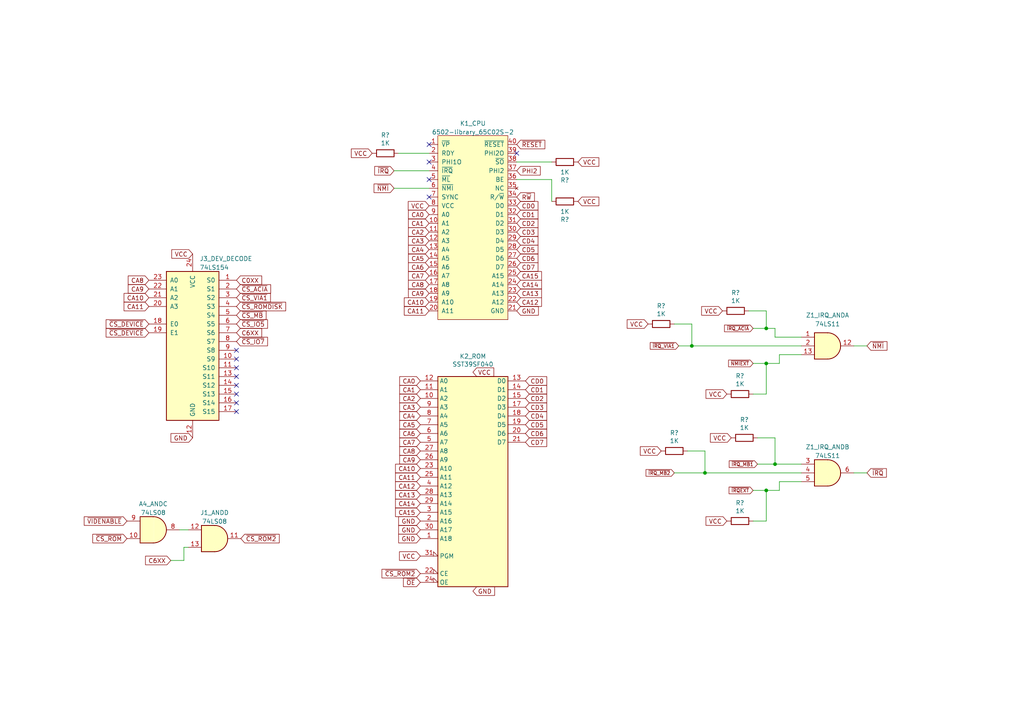
<source format=kicad_sch>
(kicad_sch
	(version 20231120)
	(generator "eeschema")
	(generator_version "8.0")
	(uuid "27bee0e8-a0d5-4868-b8ec-7eb7b5b218ac")
	(paper "A4")
	(lib_symbols
		(symbol "74xx:74LS08"
			(pin_names
				(offset 1.016)
			)
			(exclude_from_sim no)
			(in_bom yes)
			(on_board yes)
			(property "Reference" "U"
				(at 0 1.27 0)
				(effects
					(font
						(size 1.27 1.27)
					)
				)
			)
			(property "Value" "74LS08"
				(at 0 -1.27 0)
				(effects
					(font
						(size 1.27 1.27)
					)
				)
			)
			(property "Footprint" ""
				(at 0 0 0)
				(effects
					(font
						(size 1.27 1.27)
					)
					(hide yes)
				)
			)
			(property "Datasheet" "http://www.ti.com/lit/gpn/sn74LS08"
				(at 0 0 0)
				(effects
					(font
						(size 1.27 1.27)
					)
					(hide yes)
				)
			)
			(property "Description" "Quad And2"
				(at 0 0 0)
				(effects
					(font
						(size 1.27 1.27)
					)
					(hide yes)
				)
			)
			(property "ki_locked" ""
				(at 0 0 0)
				(effects
					(font
						(size 1.27 1.27)
					)
				)
			)
			(property "ki_keywords" "TTL and2"
				(at 0 0 0)
				(effects
					(font
						(size 1.27 1.27)
					)
					(hide yes)
				)
			)
			(property "ki_fp_filters" "DIP*W7.62mm*"
				(at 0 0 0)
				(effects
					(font
						(size 1.27 1.27)
					)
					(hide yes)
				)
			)
			(symbol "74LS08_1_1"
				(arc
					(start 0 -3.81)
					(mid 3.7934 0)
					(end 0 3.81)
					(stroke
						(width 0.254)
						(type default)
					)
					(fill
						(type background)
					)
				)
				(polyline
					(pts
						(xy 0 3.81) (xy -3.81 3.81) (xy -3.81 -3.81) (xy 0 -3.81)
					)
					(stroke
						(width 0.254)
						(type default)
					)
					(fill
						(type background)
					)
				)
				(pin input line
					(at -7.62 2.54 0)
					(length 3.81)
					(name "~"
						(effects
							(font
								(size 1.27 1.27)
							)
						)
					)
					(number "1"
						(effects
							(font
								(size 1.27 1.27)
							)
						)
					)
				)
				(pin input line
					(at -7.62 -2.54 0)
					(length 3.81)
					(name "~"
						(effects
							(font
								(size 1.27 1.27)
							)
						)
					)
					(number "2"
						(effects
							(font
								(size 1.27 1.27)
							)
						)
					)
				)
				(pin output line
					(at 7.62 0 180)
					(length 3.81)
					(name "~"
						(effects
							(font
								(size 1.27 1.27)
							)
						)
					)
					(number "3"
						(effects
							(font
								(size 1.27 1.27)
							)
						)
					)
				)
			)
			(symbol "74LS08_1_2"
				(arc
					(start -3.81 -3.81)
					(mid -2.589 0)
					(end -3.81 3.81)
					(stroke
						(width 0.254)
						(type default)
					)
					(fill
						(type none)
					)
				)
				(arc
					(start -0.6096 -3.81)
					(mid 2.1842 -2.5851)
					(end 3.81 0)
					(stroke
						(width 0.254)
						(type default)
					)
					(fill
						(type background)
					)
				)
				(polyline
					(pts
						(xy -3.81 -3.81) (xy -0.635 -3.81)
					)
					(stroke
						(width 0.254)
						(type default)
					)
					(fill
						(type background)
					)
				)
				(polyline
					(pts
						(xy -3.81 3.81) (xy -0.635 3.81)
					)
					(stroke
						(width 0.254)
						(type default)
					)
					(fill
						(type background)
					)
				)
				(polyline
					(pts
						(xy -0.635 3.81) (xy -3.81 3.81) (xy -3.81 3.81) (xy -3.556 3.4036) (xy -3.0226 2.2606) (xy -2.6924 1.0414)
						(xy -2.6162 -0.254) (xy -2.7686 -1.4986) (xy -3.175 -2.7178) (xy -3.81 -3.81) (xy -3.81 -3.81)
						(xy -0.635 -3.81)
					)
					(stroke
						(width -25.4)
						(type default)
					)
					(fill
						(type background)
					)
				)
				(arc
					(start 3.81 0)
					(mid 2.1915 2.5936)
					(end -0.6096 3.81)
					(stroke
						(width 0.254)
						(type default)
					)
					(fill
						(type background)
					)
				)
				(pin input inverted
					(at -7.62 2.54 0)
					(length 4.318)
					(name "~"
						(effects
							(font
								(size 1.27 1.27)
							)
						)
					)
					(number "1"
						(effects
							(font
								(size 1.27 1.27)
							)
						)
					)
				)
				(pin input inverted
					(at -7.62 -2.54 0)
					(length 4.318)
					(name "~"
						(effects
							(font
								(size 1.27 1.27)
							)
						)
					)
					(number "2"
						(effects
							(font
								(size 1.27 1.27)
							)
						)
					)
				)
				(pin output inverted
					(at 7.62 0 180)
					(length 3.81)
					(name "~"
						(effects
							(font
								(size 1.27 1.27)
							)
						)
					)
					(number "3"
						(effects
							(font
								(size 1.27 1.27)
							)
						)
					)
				)
			)
			(symbol "74LS08_2_1"
				(arc
					(start 0 -3.81)
					(mid 3.7934 0)
					(end 0 3.81)
					(stroke
						(width 0.254)
						(type default)
					)
					(fill
						(type background)
					)
				)
				(polyline
					(pts
						(xy 0 3.81) (xy -3.81 3.81) (xy -3.81 -3.81) (xy 0 -3.81)
					)
					(stroke
						(width 0.254)
						(type default)
					)
					(fill
						(type background)
					)
				)
				(pin input line
					(at -7.62 2.54 0)
					(length 3.81)
					(name "~"
						(effects
							(font
								(size 1.27 1.27)
							)
						)
					)
					(number "4"
						(effects
							(font
								(size 1.27 1.27)
							)
						)
					)
				)
				(pin input line
					(at -7.62 -2.54 0)
					(length 3.81)
					(name "~"
						(effects
							(font
								(size 1.27 1.27)
							)
						)
					)
					(number "5"
						(effects
							(font
								(size 1.27 1.27)
							)
						)
					)
				)
				(pin output line
					(at 7.62 0 180)
					(length 3.81)
					(name "~"
						(effects
							(font
								(size 1.27 1.27)
							)
						)
					)
					(number "6"
						(effects
							(font
								(size 1.27 1.27)
							)
						)
					)
				)
			)
			(symbol "74LS08_2_2"
				(arc
					(start -3.81 -3.81)
					(mid -2.589 0)
					(end -3.81 3.81)
					(stroke
						(width 0.254)
						(type default)
					)
					(fill
						(type none)
					)
				)
				(arc
					(start -0.6096 -3.81)
					(mid 2.1842 -2.5851)
					(end 3.81 0)
					(stroke
						(width 0.254)
						(type default)
					)
					(fill
						(type background)
					)
				)
				(polyline
					(pts
						(xy -3.81 -3.81) (xy -0.635 -3.81)
					)
					(stroke
						(width 0.254)
						(type default)
					)
					(fill
						(type background)
					)
				)
				(polyline
					(pts
						(xy -3.81 3.81) (xy -0.635 3.81)
					)
					(stroke
						(width 0.254)
						(type default)
					)
					(fill
						(type background)
					)
				)
				(polyline
					(pts
						(xy -0.635 3.81) (xy -3.81 3.81) (xy -3.81 3.81) (xy -3.556 3.4036) (xy -3.0226 2.2606) (xy -2.6924 1.0414)
						(xy -2.6162 -0.254) (xy -2.7686 -1.4986) (xy -3.175 -2.7178) (xy -3.81 -3.81) (xy -3.81 -3.81)
						(xy -0.635 -3.81)
					)
					(stroke
						(width -25.4)
						(type default)
					)
					(fill
						(type background)
					)
				)
				(arc
					(start 3.81 0)
					(mid 2.1915 2.5936)
					(end -0.6096 3.81)
					(stroke
						(width 0.254)
						(type default)
					)
					(fill
						(type background)
					)
				)
				(pin input inverted
					(at -7.62 2.54 0)
					(length 4.318)
					(name "~"
						(effects
							(font
								(size 1.27 1.27)
							)
						)
					)
					(number "4"
						(effects
							(font
								(size 1.27 1.27)
							)
						)
					)
				)
				(pin input inverted
					(at -7.62 -2.54 0)
					(length 4.318)
					(name "~"
						(effects
							(font
								(size 1.27 1.27)
							)
						)
					)
					(number "5"
						(effects
							(font
								(size 1.27 1.27)
							)
						)
					)
				)
				(pin output inverted
					(at 7.62 0 180)
					(length 3.81)
					(name "~"
						(effects
							(font
								(size 1.27 1.27)
							)
						)
					)
					(number "6"
						(effects
							(font
								(size 1.27 1.27)
							)
						)
					)
				)
			)
			(symbol "74LS08_3_1"
				(arc
					(start 0 -3.81)
					(mid 3.7934 0)
					(end 0 3.81)
					(stroke
						(width 0.254)
						(type default)
					)
					(fill
						(type background)
					)
				)
				(polyline
					(pts
						(xy 0 3.81) (xy -3.81 3.81) (xy -3.81 -3.81) (xy 0 -3.81)
					)
					(stroke
						(width 0.254)
						(type default)
					)
					(fill
						(type background)
					)
				)
				(pin input line
					(at -7.62 -2.54 0)
					(length 3.81)
					(name "~"
						(effects
							(font
								(size 1.27 1.27)
							)
						)
					)
					(number "10"
						(effects
							(font
								(size 1.27 1.27)
							)
						)
					)
				)
				(pin output line
					(at 7.62 0 180)
					(length 3.81)
					(name "~"
						(effects
							(font
								(size 1.27 1.27)
							)
						)
					)
					(number "8"
						(effects
							(font
								(size 1.27 1.27)
							)
						)
					)
				)
				(pin input line
					(at -7.62 2.54 0)
					(length 3.81)
					(name "~"
						(effects
							(font
								(size 1.27 1.27)
							)
						)
					)
					(number "9"
						(effects
							(font
								(size 1.27 1.27)
							)
						)
					)
				)
			)
			(symbol "74LS08_3_2"
				(arc
					(start -3.81 -3.81)
					(mid -2.589 0)
					(end -3.81 3.81)
					(stroke
						(width 0.254)
						(type default)
					)
					(fill
						(type none)
					)
				)
				(arc
					(start -0.6096 -3.81)
					(mid 2.1842 -2.5851)
					(end 3.81 0)
					(stroke
						(width 0.254)
						(type default)
					)
					(fill
						(type background)
					)
				)
				(polyline
					(pts
						(xy -3.81 -3.81) (xy -0.635 -3.81)
					)
					(stroke
						(width 0.254)
						(type default)
					)
					(fill
						(type background)
					)
				)
				(polyline
					(pts
						(xy -3.81 3.81) (xy -0.635 3.81)
					)
					(stroke
						(width 0.254)
						(type default)
					)
					(fill
						(type background)
					)
				)
				(polyline
					(pts
						(xy -0.635 3.81) (xy -3.81 3.81) (xy -3.81 3.81) (xy -3.556 3.4036) (xy -3.0226 2.2606) (xy -2.6924 1.0414)
						(xy -2.6162 -0.254) (xy -2.7686 -1.4986) (xy -3.175 -2.7178) (xy -3.81 -3.81) (xy -3.81 -3.81)
						(xy -0.635 -3.81)
					)
					(stroke
						(width -25.4)
						(type default)
					)
					(fill
						(type background)
					)
				)
				(arc
					(start 3.81 0)
					(mid 2.1915 2.5936)
					(end -0.6096 3.81)
					(stroke
						(width 0.254)
						(type default)
					)
					(fill
						(type background)
					)
				)
				(pin input inverted
					(at -7.62 -2.54 0)
					(length 4.318)
					(name "~"
						(effects
							(font
								(size 1.27 1.27)
							)
						)
					)
					(number "10"
						(effects
							(font
								(size 1.27 1.27)
							)
						)
					)
				)
				(pin output inverted
					(at 7.62 0 180)
					(length 3.81)
					(name "~"
						(effects
							(font
								(size 1.27 1.27)
							)
						)
					)
					(number "8"
						(effects
							(font
								(size 1.27 1.27)
							)
						)
					)
				)
				(pin input inverted
					(at -7.62 2.54 0)
					(length 4.318)
					(name "~"
						(effects
							(font
								(size 1.27 1.27)
							)
						)
					)
					(number "9"
						(effects
							(font
								(size 1.27 1.27)
							)
						)
					)
				)
			)
			(symbol "74LS08_4_1"
				(arc
					(start 0 -3.81)
					(mid 3.7934 0)
					(end 0 3.81)
					(stroke
						(width 0.254)
						(type default)
					)
					(fill
						(type background)
					)
				)
				(polyline
					(pts
						(xy 0 3.81) (xy -3.81 3.81) (xy -3.81 -3.81) (xy 0 -3.81)
					)
					(stroke
						(width 0.254)
						(type default)
					)
					(fill
						(type background)
					)
				)
				(pin output line
					(at 7.62 0 180)
					(length 3.81)
					(name "~"
						(effects
							(font
								(size 1.27 1.27)
							)
						)
					)
					(number "11"
						(effects
							(font
								(size 1.27 1.27)
							)
						)
					)
				)
				(pin input line
					(at -7.62 2.54 0)
					(length 3.81)
					(name "~"
						(effects
							(font
								(size 1.27 1.27)
							)
						)
					)
					(number "12"
						(effects
							(font
								(size 1.27 1.27)
							)
						)
					)
				)
				(pin input line
					(at -7.62 -2.54 0)
					(length 3.81)
					(name "~"
						(effects
							(font
								(size 1.27 1.27)
							)
						)
					)
					(number "13"
						(effects
							(font
								(size 1.27 1.27)
							)
						)
					)
				)
			)
			(symbol "74LS08_4_2"
				(arc
					(start -3.81 -3.81)
					(mid -2.589 0)
					(end -3.81 3.81)
					(stroke
						(width 0.254)
						(type default)
					)
					(fill
						(type none)
					)
				)
				(arc
					(start -0.6096 -3.81)
					(mid 2.1842 -2.5851)
					(end 3.81 0)
					(stroke
						(width 0.254)
						(type default)
					)
					(fill
						(type background)
					)
				)
				(polyline
					(pts
						(xy -3.81 -3.81) (xy -0.635 -3.81)
					)
					(stroke
						(width 0.254)
						(type default)
					)
					(fill
						(type background)
					)
				)
				(polyline
					(pts
						(xy -3.81 3.81) (xy -0.635 3.81)
					)
					(stroke
						(width 0.254)
						(type default)
					)
					(fill
						(type background)
					)
				)
				(polyline
					(pts
						(xy -0.635 3.81) (xy -3.81 3.81) (xy -3.81 3.81) (xy -3.556 3.4036) (xy -3.0226 2.2606) (xy -2.6924 1.0414)
						(xy -2.6162 -0.254) (xy -2.7686 -1.4986) (xy -3.175 -2.7178) (xy -3.81 -3.81) (xy -3.81 -3.81)
						(xy -0.635 -3.81)
					)
					(stroke
						(width -25.4)
						(type default)
					)
					(fill
						(type background)
					)
				)
				(arc
					(start 3.81 0)
					(mid 2.1915 2.5936)
					(end -0.6096 3.81)
					(stroke
						(width 0.254)
						(type default)
					)
					(fill
						(type background)
					)
				)
				(pin output inverted
					(at 7.62 0 180)
					(length 3.81)
					(name "~"
						(effects
							(font
								(size 1.27 1.27)
							)
						)
					)
					(number "11"
						(effects
							(font
								(size 1.27 1.27)
							)
						)
					)
				)
				(pin input inverted
					(at -7.62 2.54 0)
					(length 4.318)
					(name "~"
						(effects
							(font
								(size 1.27 1.27)
							)
						)
					)
					(number "12"
						(effects
							(font
								(size 1.27 1.27)
							)
						)
					)
				)
				(pin input inverted
					(at -7.62 -2.54 0)
					(length 4.318)
					(name "~"
						(effects
							(font
								(size 1.27 1.27)
							)
						)
					)
					(number "13"
						(effects
							(font
								(size 1.27 1.27)
							)
						)
					)
				)
			)
			(symbol "74LS08_5_0"
				(pin power_in line
					(at 0 12.7 270)
					(length 5.08)
					(name "VCC"
						(effects
							(font
								(size 1.27 1.27)
							)
						)
					)
					(number "14"
						(effects
							(font
								(size 1.27 1.27)
							)
						)
					)
				)
				(pin power_in line
					(at 0 -12.7 90)
					(length 5.08)
					(name "GND"
						(effects
							(font
								(size 1.27 1.27)
							)
						)
					)
					(number "7"
						(effects
							(font
								(size 1.27 1.27)
							)
						)
					)
				)
			)
			(symbol "74LS08_5_1"
				(rectangle
					(start -5.08 7.62)
					(end 5.08 -7.62)
					(stroke
						(width 0.254)
						(type default)
					)
					(fill
						(type background)
					)
				)
			)
		)
		(symbol "74xx:74LS11"
			(pin_names
				(offset 1.016)
			)
			(exclude_from_sim no)
			(in_bom yes)
			(on_board yes)
			(property "Reference" "U"
				(at 0 1.27 0)
				(effects
					(font
						(size 1.27 1.27)
					)
				)
			)
			(property "Value" "74LS11"
				(at 0 -1.27 0)
				(effects
					(font
						(size 1.27 1.27)
					)
				)
			)
			(property "Footprint" ""
				(at 0 0 0)
				(effects
					(font
						(size 1.27 1.27)
					)
					(hide yes)
				)
			)
			(property "Datasheet" "http://www.ti.com/lit/gpn/sn74LS11"
				(at 0 0 0)
				(effects
					(font
						(size 1.27 1.27)
					)
					(hide yes)
				)
			)
			(property "Description" "Triple 3-input AND"
				(at 0 0 0)
				(effects
					(font
						(size 1.27 1.27)
					)
					(hide yes)
				)
			)
			(property "ki_locked" ""
				(at 0 0 0)
				(effects
					(font
						(size 1.27 1.27)
					)
				)
			)
			(property "ki_keywords" "TTL And3"
				(at 0 0 0)
				(effects
					(font
						(size 1.27 1.27)
					)
					(hide yes)
				)
			)
			(property "ki_fp_filters" "DIP*W7.62mm*"
				(at 0 0 0)
				(effects
					(font
						(size 1.27 1.27)
					)
					(hide yes)
				)
			)
			(symbol "74LS11_1_1"
				(arc
					(start 0 -3.81)
					(mid 3.7934 0)
					(end 0 3.81)
					(stroke
						(width 0.254)
						(type default)
					)
					(fill
						(type background)
					)
				)
				(polyline
					(pts
						(xy 0 3.81) (xy -3.81 3.81) (xy -3.81 -3.81) (xy 0 -3.81)
					)
					(stroke
						(width 0.254)
						(type default)
					)
					(fill
						(type background)
					)
				)
				(pin input line
					(at -7.62 2.54 0)
					(length 3.81)
					(name "~"
						(effects
							(font
								(size 1.27 1.27)
							)
						)
					)
					(number "1"
						(effects
							(font
								(size 1.27 1.27)
							)
						)
					)
				)
				(pin output line
					(at 7.62 0 180)
					(length 3.81)
					(name "~"
						(effects
							(font
								(size 1.27 1.27)
							)
						)
					)
					(number "12"
						(effects
							(font
								(size 1.27 1.27)
							)
						)
					)
				)
				(pin input line
					(at -7.62 -2.54 0)
					(length 3.81)
					(name "~"
						(effects
							(font
								(size 1.27 1.27)
							)
						)
					)
					(number "13"
						(effects
							(font
								(size 1.27 1.27)
							)
						)
					)
				)
				(pin input line
					(at -7.62 0 0)
					(length 3.81)
					(name "~"
						(effects
							(font
								(size 1.27 1.27)
							)
						)
					)
					(number "2"
						(effects
							(font
								(size 1.27 1.27)
							)
						)
					)
				)
			)
			(symbol "74LS11_1_2"
				(arc
					(start -3.81 -3.81)
					(mid -2.589 0)
					(end -3.81 3.81)
					(stroke
						(width 0.254)
						(type default)
					)
					(fill
						(type none)
					)
				)
				(arc
					(start -0.6096 -3.81)
					(mid 2.1842 -2.5851)
					(end 3.81 0)
					(stroke
						(width 0.254)
						(type default)
					)
					(fill
						(type background)
					)
				)
				(polyline
					(pts
						(xy -3.81 -3.81) (xy -0.635 -3.81)
					)
					(stroke
						(width 0.254)
						(type default)
					)
					(fill
						(type background)
					)
				)
				(polyline
					(pts
						(xy -3.81 3.81) (xy -0.635 3.81)
					)
					(stroke
						(width 0.254)
						(type default)
					)
					(fill
						(type background)
					)
				)
				(polyline
					(pts
						(xy -0.635 3.81) (xy -3.81 3.81) (xy -3.81 3.81) (xy -3.556 3.4036) (xy -3.0226 2.2606) (xy -2.6924 1.0414)
						(xy -2.6162 -0.254) (xy -2.7686 -1.4986) (xy -3.175 -2.7178) (xy -3.81 -3.81) (xy -3.81 -3.81)
						(xy -0.635 -3.81)
					)
					(stroke
						(width -25.4)
						(type default)
					)
					(fill
						(type background)
					)
				)
				(arc
					(start 3.81 0)
					(mid 2.1915 2.5936)
					(end -0.6096 3.81)
					(stroke
						(width 0.254)
						(type default)
					)
					(fill
						(type background)
					)
				)
				(pin input inverted
					(at -7.62 2.54 0)
					(length 4.318)
					(name "~"
						(effects
							(font
								(size 1.27 1.27)
							)
						)
					)
					(number "1"
						(effects
							(font
								(size 1.27 1.27)
							)
						)
					)
				)
				(pin output inverted
					(at 7.62 0 180)
					(length 3.81)
					(name "~"
						(effects
							(font
								(size 1.27 1.27)
							)
						)
					)
					(number "12"
						(effects
							(font
								(size 1.27 1.27)
							)
						)
					)
				)
				(pin input inverted
					(at -7.62 -2.54 0)
					(length 4.318)
					(name "~"
						(effects
							(font
								(size 1.27 1.27)
							)
						)
					)
					(number "13"
						(effects
							(font
								(size 1.27 1.27)
							)
						)
					)
				)
				(pin input inverted
					(at -7.62 0 0)
					(length 4.953)
					(name "~"
						(effects
							(font
								(size 1.27 1.27)
							)
						)
					)
					(number "2"
						(effects
							(font
								(size 1.27 1.27)
							)
						)
					)
				)
			)
			(symbol "74LS11_2_1"
				(arc
					(start 0 -3.81)
					(mid 3.7934 0)
					(end 0 3.81)
					(stroke
						(width 0.254)
						(type default)
					)
					(fill
						(type background)
					)
				)
				(polyline
					(pts
						(xy 0 3.81) (xy -3.81 3.81) (xy -3.81 -3.81) (xy 0 -3.81)
					)
					(stroke
						(width 0.254)
						(type default)
					)
					(fill
						(type background)
					)
				)
				(pin input line
					(at -7.62 2.54 0)
					(length 3.81)
					(name "~"
						(effects
							(font
								(size 1.27 1.27)
							)
						)
					)
					(number "3"
						(effects
							(font
								(size 1.27 1.27)
							)
						)
					)
				)
				(pin input line
					(at -7.62 0 0)
					(length 3.81)
					(name "~"
						(effects
							(font
								(size 1.27 1.27)
							)
						)
					)
					(number "4"
						(effects
							(font
								(size 1.27 1.27)
							)
						)
					)
				)
				(pin input line
					(at -7.62 -2.54 0)
					(length 3.81)
					(name "~"
						(effects
							(font
								(size 1.27 1.27)
							)
						)
					)
					(number "5"
						(effects
							(font
								(size 1.27 1.27)
							)
						)
					)
				)
				(pin output line
					(at 7.62 0 180)
					(length 3.81)
					(name "~"
						(effects
							(font
								(size 1.27 1.27)
							)
						)
					)
					(number "6"
						(effects
							(font
								(size 1.27 1.27)
							)
						)
					)
				)
			)
			(symbol "74LS11_2_2"
				(arc
					(start -3.81 -3.81)
					(mid -2.589 0)
					(end -3.81 3.81)
					(stroke
						(width 0.254)
						(type default)
					)
					(fill
						(type none)
					)
				)
				(arc
					(start -0.6096 -3.81)
					(mid 2.1842 -2.5851)
					(end 3.81 0)
					(stroke
						(width 0.254)
						(type default)
					)
					(fill
						(type background)
					)
				)
				(polyline
					(pts
						(xy -3.81 -3.81) (xy -0.635 -3.81)
					)
					(stroke
						(width 0.254)
						(type default)
					)
					(fill
						(type background)
					)
				)
				(polyline
					(pts
						(xy -3.81 3.81) (xy -0.635 3.81)
					)
					(stroke
						(width 0.254)
						(type default)
					)
					(fill
						(type background)
					)
				)
				(polyline
					(pts
						(xy -0.635 3.81) (xy -3.81 3.81) (xy -3.81 3.81) (xy -3.556 3.4036) (xy -3.0226 2.2606) (xy -2.6924 1.0414)
						(xy -2.6162 -0.254) (xy -2.7686 -1.4986) (xy -3.175 -2.7178) (xy -3.81 -3.81) (xy -3.81 -3.81)
						(xy -0.635 -3.81)
					)
					(stroke
						(width -25.4)
						(type default)
					)
					(fill
						(type background)
					)
				)
				(arc
					(start 3.81 0)
					(mid 2.1915 2.5936)
					(end -0.6096 3.81)
					(stroke
						(width 0.254)
						(type default)
					)
					(fill
						(type background)
					)
				)
				(pin input inverted
					(at -7.62 2.54 0)
					(length 4.318)
					(name "~"
						(effects
							(font
								(size 1.27 1.27)
							)
						)
					)
					(number "3"
						(effects
							(font
								(size 1.27 1.27)
							)
						)
					)
				)
				(pin input inverted
					(at -7.62 0 0)
					(length 4.953)
					(name "~"
						(effects
							(font
								(size 1.27 1.27)
							)
						)
					)
					(number "4"
						(effects
							(font
								(size 1.27 1.27)
							)
						)
					)
				)
				(pin input inverted
					(at -7.62 -2.54 0)
					(length 4.318)
					(name "~"
						(effects
							(font
								(size 1.27 1.27)
							)
						)
					)
					(number "5"
						(effects
							(font
								(size 1.27 1.27)
							)
						)
					)
				)
				(pin output inverted
					(at 7.62 0 180)
					(length 3.81)
					(name "~"
						(effects
							(font
								(size 1.27 1.27)
							)
						)
					)
					(number "6"
						(effects
							(font
								(size 1.27 1.27)
							)
						)
					)
				)
			)
			(symbol "74LS11_3_1"
				(arc
					(start 0 -3.81)
					(mid 3.7934 0)
					(end 0 3.81)
					(stroke
						(width 0.254)
						(type default)
					)
					(fill
						(type background)
					)
				)
				(polyline
					(pts
						(xy 0 3.81) (xy -3.81 3.81) (xy -3.81 -3.81) (xy 0 -3.81)
					)
					(stroke
						(width 0.254)
						(type default)
					)
					(fill
						(type background)
					)
				)
				(pin input line
					(at -7.62 0 0)
					(length 3.81)
					(name "~"
						(effects
							(font
								(size 1.27 1.27)
							)
						)
					)
					(number "10"
						(effects
							(font
								(size 1.27 1.27)
							)
						)
					)
				)
				(pin input line
					(at -7.62 -2.54 0)
					(length 3.81)
					(name "~"
						(effects
							(font
								(size 1.27 1.27)
							)
						)
					)
					(number "11"
						(effects
							(font
								(size 1.27 1.27)
							)
						)
					)
				)
				(pin output line
					(at 7.62 0 180)
					(length 3.81)
					(name "~"
						(effects
							(font
								(size 1.27 1.27)
							)
						)
					)
					(number "8"
						(effects
							(font
								(size 1.27 1.27)
							)
						)
					)
				)
				(pin input line
					(at -7.62 2.54 0)
					(length 3.81)
					(name "~"
						(effects
							(font
								(size 1.27 1.27)
							)
						)
					)
					(number "9"
						(effects
							(font
								(size 1.27 1.27)
							)
						)
					)
				)
			)
			(symbol "74LS11_3_2"
				(arc
					(start -3.81 -3.81)
					(mid -2.589 0)
					(end -3.81 3.81)
					(stroke
						(width 0.254)
						(type default)
					)
					(fill
						(type none)
					)
				)
				(arc
					(start -0.6096 -3.81)
					(mid 2.1842 -2.5851)
					(end 3.81 0)
					(stroke
						(width 0.254)
						(type default)
					)
					(fill
						(type background)
					)
				)
				(polyline
					(pts
						(xy -3.81 -3.81) (xy -0.635 -3.81)
					)
					(stroke
						(width 0.254)
						(type default)
					)
					(fill
						(type background)
					)
				)
				(polyline
					(pts
						(xy -3.81 3.81) (xy -0.635 3.81)
					)
					(stroke
						(width 0.254)
						(type default)
					)
					(fill
						(type background)
					)
				)
				(polyline
					(pts
						(xy -0.635 3.81) (xy -3.81 3.81) (xy -3.81 3.81) (xy -3.556 3.4036) (xy -3.0226 2.2606) (xy -2.6924 1.0414)
						(xy -2.6162 -0.254) (xy -2.7686 -1.4986) (xy -3.175 -2.7178) (xy -3.81 -3.81) (xy -3.81 -3.81)
						(xy -0.635 -3.81)
					)
					(stroke
						(width -25.4)
						(type default)
					)
					(fill
						(type background)
					)
				)
				(arc
					(start 3.81 0)
					(mid 2.1915 2.5936)
					(end -0.6096 3.81)
					(stroke
						(width 0.254)
						(type default)
					)
					(fill
						(type background)
					)
				)
				(pin input inverted
					(at -7.62 0 0)
					(length 4.953)
					(name "~"
						(effects
							(font
								(size 1.27 1.27)
							)
						)
					)
					(number "10"
						(effects
							(font
								(size 1.27 1.27)
							)
						)
					)
				)
				(pin input inverted
					(at -7.62 -2.54 0)
					(length 4.318)
					(name "~"
						(effects
							(font
								(size 1.27 1.27)
							)
						)
					)
					(number "11"
						(effects
							(font
								(size 1.27 1.27)
							)
						)
					)
				)
				(pin output inverted
					(at 7.62 0 180)
					(length 3.81)
					(name "~"
						(effects
							(font
								(size 1.27 1.27)
							)
						)
					)
					(number "8"
						(effects
							(font
								(size 1.27 1.27)
							)
						)
					)
				)
				(pin input inverted
					(at -7.62 2.54 0)
					(length 4.318)
					(name "~"
						(effects
							(font
								(size 1.27 1.27)
							)
						)
					)
					(number "9"
						(effects
							(font
								(size 1.27 1.27)
							)
						)
					)
				)
			)
			(symbol "74LS11_4_0"
				(pin power_in line
					(at 0 12.7 270)
					(length 5.08)
					(name "VCC"
						(effects
							(font
								(size 1.27 1.27)
							)
						)
					)
					(number "14"
						(effects
							(font
								(size 1.27 1.27)
							)
						)
					)
				)
				(pin power_in line
					(at 0 -12.7 90)
					(length 5.08)
					(name "GND"
						(effects
							(font
								(size 1.27 1.27)
							)
						)
					)
					(number "7"
						(effects
							(font
								(size 1.27 1.27)
							)
						)
					)
				)
			)
			(symbol "74LS11_4_1"
				(rectangle
					(start -5.08 7.62)
					(end 5.08 -7.62)
					(stroke
						(width 0.254)
						(type default)
					)
					(fill
						(type background)
					)
				)
			)
		)
		(symbol "74xx:74LS154"
			(pin_names
				(offset 1.016)
			)
			(exclude_from_sim no)
			(in_bom yes)
			(on_board yes)
			(property "Reference" "U"
				(at -7.62 21.59 0)
				(effects
					(font
						(size 1.27 1.27)
					)
				)
			)
			(property "Value" "74LS154"
				(at -7.62 -24.13 0)
				(effects
					(font
						(size 1.27 1.27)
					)
				)
			)
			(property "Footprint" ""
				(at 0 0 0)
				(effects
					(font
						(size 1.27 1.27)
					)
					(hide yes)
				)
			)
			(property "Datasheet" "http://www.ti.com/lit/gpn/sn74LS154"
				(at 0 0 0)
				(effects
					(font
						(size 1.27 1.27)
					)
					(hide yes)
				)
			)
			(property "Description" "Decoder 4 to 16"
				(at 0 0 0)
				(effects
					(font
						(size 1.27 1.27)
					)
					(hide yes)
				)
			)
			(property "ki_locked" ""
				(at 0 0 0)
				(effects
					(font
						(size 1.27 1.27)
					)
				)
			)
			(property "ki_keywords" "TTL DECOD16 DECOD"
				(at 0 0 0)
				(effects
					(font
						(size 1.27 1.27)
					)
					(hide yes)
				)
			)
			(property "ki_fp_filters" "DIP?24*"
				(at 0 0 0)
				(effects
					(font
						(size 1.27 1.27)
					)
					(hide yes)
				)
			)
			(symbol "74LS154_1_0"
				(pin output line
					(at 12.7 17.78 180)
					(length 5.08)
					(name "S0"
						(effects
							(font
								(size 1.27 1.27)
							)
						)
					)
					(number "1"
						(effects
							(font
								(size 1.27 1.27)
							)
						)
					)
				)
				(pin output line
					(at 12.7 -5.08 180)
					(length 5.08)
					(name "S9"
						(effects
							(font
								(size 1.27 1.27)
							)
						)
					)
					(number "10"
						(effects
							(font
								(size 1.27 1.27)
							)
						)
					)
				)
				(pin output line
					(at 12.7 -7.62 180)
					(length 5.08)
					(name "S10"
						(effects
							(font
								(size 1.27 1.27)
							)
						)
					)
					(number "11"
						(effects
							(font
								(size 1.27 1.27)
							)
						)
					)
				)
				(pin power_in line
					(at 0 -27.94 90)
					(length 5.08)
					(name "GND"
						(effects
							(font
								(size 1.27 1.27)
							)
						)
					)
					(number "12"
						(effects
							(font
								(size 1.27 1.27)
							)
						)
					)
				)
				(pin output line
					(at 12.7 -10.16 180)
					(length 5.08)
					(name "S11"
						(effects
							(font
								(size 1.27 1.27)
							)
						)
					)
					(number "13"
						(effects
							(font
								(size 1.27 1.27)
							)
						)
					)
				)
				(pin output line
					(at 12.7 -12.7 180)
					(length 5.08)
					(name "S12"
						(effects
							(font
								(size 1.27 1.27)
							)
						)
					)
					(number "14"
						(effects
							(font
								(size 1.27 1.27)
							)
						)
					)
				)
				(pin output line
					(at 12.7 -15.24 180)
					(length 5.08)
					(name "S13"
						(effects
							(font
								(size 1.27 1.27)
							)
						)
					)
					(number "15"
						(effects
							(font
								(size 1.27 1.27)
							)
						)
					)
				)
				(pin output line
					(at 12.7 -17.78 180)
					(length 5.08)
					(name "S14"
						(effects
							(font
								(size 1.27 1.27)
							)
						)
					)
					(number "16"
						(effects
							(font
								(size 1.27 1.27)
							)
						)
					)
				)
				(pin output line
					(at 12.7 -20.32 180)
					(length 5.08)
					(name "S15"
						(effects
							(font
								(size 1.27 1.27)
							)
						)
					)
					(number "17"
						(effects
							(font
								(size 1.27 1.27)
							)
						)
					)
				)
				(pin input line
					(at -12.7 5.08 0)
					(length 5.08)
					(name "E0"
						(effects
							(font
								(size 1.27 1.27)
							)
						)
					)
					(number "18"
						(effects
							(font
								(size 1.27 1.27)
							)
						)
					)
				)
				(pin input line
					(at -12.7 2.54 0)
					(length 5.08)
					(name "E1"
						(effects
							(font
								(size 1.27 1.27)
							)
						)
					)
					(number "19"
						(effects
							(font
								(size 1.27 1.27)
							)
						)
					)
				)
				(pin output line
					(at 12.7 15.24 180)
					(length 5.08)
					(name "S1"
						(effects
							(font
								(size 1.27 1.27)
							)
						)
					)
					(number "2"
						(effects
							(font
								(size 1.27 1.27)
							)
						)
					)
				)
				(pin input line
					(at -12.7 10.16 0)
					(length 5.08)
					(name "A3"
						(effects
							(font
								(size 1.27 1.27)
							)
						)
					)
					(number "20"
						(effects
							(font
								(size 1.27 1.27)
							)
						)
					)
				)
				(pin input line
					(at -12.7 12.7 0)
					(length 5.08)
					(name "A2"
						(effects
							(font
								(size 1.27 1.27)
							)
						)
					)
					(number "21"
						(effects
							(font
								(size 1.27 1.27)
							)
						)
					)
				)
				(pin input line
					(at -12.7 15.24 0)
					(length 5.08)
					(name "A1"
						(effects
							(font
								(size 1.27 1.27)
							)
						)
					)
					(number "22"
						(effects
							(font
								(size 1.27 1.27)
							)
						)
					)
				)
				(pin input line
					(at -12.7 17.78 0)
					(length 5.08)
					(name "A0"
						(effects
							(font
								(size 1.27 1.27)
							)
						)
					)
					(number "23"
						(effects
							(font
								(size 1.27 1.27)
							)
						)
					)
				)
				(pin power_in line
					(at 0 25.4 270)
					(length 5.08)
					(name "VCC"
						(effects
							(font
								(size 1.27 1.27)
							)
						)
					)
					(number "24"
						(effects
							(font
								(size 1.27 1.27)
							)
						)
					)
				)
				(pin output line
					(at 12.7 12.7 180)
					(length 5.08)
					(name "S2"
						(effects
							(font
								(size 1.27 1.27)
							)
						)
					)
					(number "3"
						(effects
							(font
								(size 1.27 1.27)
							)
						)
					)
				)
				(pin output line
					(at 12.7 10.16 180)
					(length 5.08)
					(name "S3"
						(effects
							(font
								(size 1.27 1.27)
							)
						)
					)
					(number "4"
						(effects
							(font
								(size 1.27 1.27)
							)
						)
					)
				)
				(pin output line
					(at 12.7 7.62 180)
					(length 5.08)
					(name "S4"
						(effects
							(font
								(size 1.27 1.27)
							)
						)
					)
					(number "5"
						(effects
							(font
								(size 1.27 1.27)
							)
						)
					)
				)
				(pin output line
					(at 12.7 5.08 180)
					(length 5.08)
					(name "S5"
						(effects
							(font
								(size 1.27 1.27)
							)
						)
					)
					(number "6"
						(effects
							(font
								(size 1.27 1.27)
							)
						)
					)
				)
				(pin output line
					(at 12.7 2.54 180)
					(length 5.08)
					(name "S6"
						(effects
							(font
								(size 1.27 1.27)
							)
						)
					)
					(number "7"
						(effects
							(font
								(size 1.27 1.27)
							)
						)
					)
				)
				(pin output line
					(at 12.7 0 180)
					(length 5.08)
					(name "S7"
						(effects
							(font
								(size 1.27 1.27)
							)
						)
					)
					(number "8"
						(effects
							(font
								(size 1.27 1.27)
							)
						)
					)
				)
				(pin output line
					(at 12.7 -2.54 180)
					(length 5.08)
					(name "S8"
						(effects
							(font
								(size 1.27 1.27)
							)
						)
					)
					(number "9"
						(effects
							(font
								(size 1.27 1.27)
							)
						)
					)
				)
			)
			(symbol "74LS154_1_1"
				(rectangle
					(start -7.62 20.32)
					(end 7.62 -22.86)
					(stroke
						(width 0.254)
						(type default)
					)
					(fill
						(type background)
					)
				)
			)
		)
		(symbol "Device:R"
			(pin_numbers hide)
			(pin_names
				(offset 0)
			)
			(exclude_from_sim no)
			(in_bom yes)
			(on_board yes)
			(property "Reference" "R"
				(at 2.032 0 90)
				(effects
					(font
						(size 1.27 1.27)
					)
				)
			)
			(property "Value" "R"
				(at 0 0 90)
				(effects
					(font
						(size 1.27 1.27)
					)
				)
			)
			(property "Footprint" ""
				(at -1.778 0 90)
				(effects
					(font
						(size 1.27 1.27)
					)
					(hide yes)
				)
			)
			(property "Datasheet" "~"
				(at 0 0 0)
				(effects
					(font
						(size 1.27 1.27)
					)
					(hide yes)
				)
			)
			(property "Description" "Resistor"
				(at 0 0 0)
				(effects
					(font
						(size 1.27 1.27)
					)
					(hide yes)
				)
			)
			(property "ki_keywords" "R res resistor"
				(at 0 0 0)
				(effects
					(font
						(size 1.27 1.27)
					)
					(hide yes)
				)
			)
			(property "ki_fp_filters" "R_*"
				(at 0 0 0)
				(effects
					(font
						(size 1.27 1.27)
					)
					(hide yes)
				)
			)
			(symbol "R_0_1"
				(rectangle
					(start -1.016 -2.54)
					(end 1.016 2.54)
					(stroke
						(width 0.254)
						(type default)
					)
					(fill
						(type none)
					)
				)
			)
			(symbol "R_1_1"
				(pin passive line
					(at 0 3.81 270)
					(length 1.27)
					(name "~"
						(effects
							(font
								(size 1.27 1.27)
							)
						)
					)
					(number "1"
						(effects
							(font
								(size 1.27 1.27)
							)
						)
					)
				)
				(pin passive line
					(at 0 -3.81 90)
					(length 1.27)
					(name "~"
						(effects
							(font
								(size 1.27 1.27)
							)
						)
					)
					(number "2"
						(effects
							(font
								(size 1.27 1.27)
							)
						)
					)
				)
			)
		)
		(symbol "EB6502-custom:6502-library_65C02S-2"
			(pin_names
				(offset 1.016)
			)
			(exclude_from_sim no)
			(in_bom yes)
			(on_board yes)
			(property "Reference" "U2"
				(at 0 28.9728 0)
				(effects
					(font
						(size 1.27 1.27)
					)
				)
			)
			(property "Value" "6502-library_65C02S-2"
				(at 0 26.4359 0)
				(effects
					(font
						(size 1.27 1.27)
					)
				)
			)
			(property "Footprint" "Package_DIP:DIP-40_W15.24mm_Socket"
				(at 0 26.67 0)
				(effects
					(font
						(size 1.27 1.27)
					)
					(hide yes)
				)
			)
			(property "Datasheet" ""
				(at -3.81 24.13 0)
				(effects
					(font
						(size 1.27 1.27)
					)
					(hide yes)
				)
			)
			(property "Description" ""
				(at 0 0 0)
				(effects
					(font
						(size 1.27 1.27)
					)
					(hide yes)
				)
			)
			(symbol "6502-library_65C02S-2_0_1"
				(rectangle
					(start -10.16 25.4)
					(end 10.16 -27.94)
					(stroke
						(width 0)
						(type default)
					)
					(fill
						(type background)
					)
				)
			)
			(symbol "6502-library_65C02S-2_1_1"
				(pin output line
					(at -12.7 22.86 0)
					(length 2.54)
					(name "~{VP}"
						(effects
							(font
								(size 1.27 1.27)
							)
						)
					)
					(number "1"
						(effects
							(font
								(size 1.27 1.27)
							)
						)
					)
				)
				(pin tri_state line
					(at -12.7 0 0)
					(length 2.54)
					(name "A1"
						(effects
							(font
								(size 1.27 1.27)
							)
						)
					)
					(number "10"
						(effects
							(font
								(size 1.27 1.27)
							)
						)
					)
				)
				(pin tri_state line
					(at -12.7 -2.54 0)
					(length 2.54)
					(name "A2"
						(effects
							(font
								(size 1.27 1.27)
							)
						)
					)
					(number "11"
						(effects
							(font
								(size 1.27 1.27)
							)
						)
					)
				)
				(pin tri_state line
					(at -12.7 -5.08 0)
					(length 2.54)
					(name "A3"
						(effects
							(font
								(size 1.27 1.27)
							)
						)
					)
					(number "12"
						(effects
							(font
								(size 1.27 1.27)
							)
						)
					)
				)
				(pin tri_state line
					(at -12.7 -7.62 0)
					(length 2.54)
					(name "A4"
						(effects
							(font
								(size 1.27 1.27)
							)
						)
					)
					(number "13"
						(effects
							(font
								(size 1.27 1.27)
							)
						)
					)
				)
				(pin tri_state line
					(at -12.7 -10.16 0)
					(length 2.54)
					(name "A5"
						(effects
							(font
								(size 1.27 1.27)
							)
						)
					)
					(number "14"
						(effects
							(font
								(size 1.27 1.27)
							)
						)
					)
				)
				(pin tri_state line
					(at -12.7 -12.7 0)
					(length 2.54)
					(name "A6"
						(effects
							(font
								(size 1.27 1.27)
							)
						)
					)
					(number "15"
						(effects
							(font
								(size 1.27 1.27)
							)
						)
					)
				)
				(pin tri_state line
					(at -12.7 -15.24 0)
					(length 2.54)
					(name "A7"
						(effects
							(font
								(size 1.27 1.27)
							)
						)
					)
					(number "16"
						(effects
							(font
								(size 1.27 1.27)
							)
						)
					)
				)
				(pin tri_state line
					(at -12.7 -17.78 0)
					(length 2.54)
					(name "A8"
						(effects
							(font
								(size 1.27 1.27)
							)
						)
					)
					(number "17"
						(effects
							(font
								(size 1.27 1.27)
							)
						)
					)
				)
				(pin tri_state line
					(at -12.7 -20.32 0)
					(length 2.54)
					(name "A9"
						(effects
							(font
								(size 1.27 1.27)
							)
						)
					)
					(number "18"
						(effects
							(font
								(size 1.27 1.27)
							)
						)
					)
				)
				(pin tri_state line
					(at -12.7 -22.86 0)
					(length 2.54)
					(name "A10"
						(effects
							(font
								(size 1.27 1.27)
							)
						)
					)
					(number "19"
						(effects
							(font
								(size 1.27 1.27)
							)
						)
					)
				)
				(pin bidirectional line
					(at -12.7 20.32 0)
					(length 2.54)
					(name "RDY"
						(effects
							(font
								(size 1.27 1.27)
							)
						)
					)
					(number "2"
						(effects
							(font
								(size 1.27 1.27)
							)
						)
					)
				)
				(pin tri_state line
					(at -12.7 -25.4 0)
					(length 2.54)
					(name "A11"
						(effects
							(font
								(size 1.27 1.27)
							)
						)
					)
					(number "20"
						(effects
							(font
								(size 1.27 1.27)
							)
						)
					)
				)
				(pin power_in line
					(at 12.7 -25.4 180)
					(length 2.54)
					(name "GND"
						(effects
							(font
								(size 1.27 1.27)
							)
						)
					)
					(number "21"
						(effects
							(font
								(size 1.27 1.27)
							)
						)
					)
				)
				(pin tri_state line
					(at 12.7 -22.86 180)
					(length 2.54)
					(name "A12"
						(effects
							(font
								(size 1.27 1.27)
							)
						)
					)
					(number "22"
						(effects
							(font
								(size 1.27 1.27)
							)
						)
					)
				)
				(pin tri_state line
					(at 12.7 -20.32 180)
					(length 2.54)
					(name "A13"
						(effects
							(font
								(size 1.27 1.27)
							)
						)
					)
					(number "23"
						(effects
							(font
								(size 1.27 1.27)
							)
						)
					)
				)
				(pin tri_state line
					(at 12.7 -17.78 180)
					(length 2.54)
					(name "A14"
						(effects
							(font
								(size 1.27 1.27)
							)
						)
					)
					(number "24"
						(effects
							(font
								(size 1.27 1.27)
							)
						)
					)
				)
				(pin tri_state line
					(at 12.7 -15.24 180)
					(length 2.54)
					(name "A15"
						(effects
							(font
								(size 1.27 1.27)
							)
						)
					)
					(number "25"
						(effects
							(font
								(size 1.27 1.27)
							)
						)
					)
				)
				(pin bidirectional line
					(at 12.7 -12.7 180)
					(length 2.54)
					(name "D7"
						(effects
							(font
								(size 1.27 1.27)
							)
						)
					)
					(number "26"
						(effects
							(font
								(size 1.27 1.27)
							)
						)
					)
				)
				(pin bidirectional line
					(at 12.7 -10.16 180)
					(length 2.54)
					(name "D6"
						(effects
							(font
								(size 1.27 1.27)
							)
						)
					)
					(number "27"
						(effects
							(font
								(size 1.27 1.27)
							)
						)
					)
				)
				(pin bidirectional line
					(at 12.7 -7.62 180)
					(length 2.54)
					(name "D5"
						(effects
							(font
								(size 1.27 1.27)
							)
						)
					)
					(number "28"
						(effects
							(font
								(size 1.27 1.27)
							)
						)
					)
				)
				(pin bidirectional line
					(at 12.7 -5.08 180)
					(length 2.54)
					(name "D4"
						(effects
							(font
								(size 1.27 1.27)
							)
						)
					)
					(number "29"
						(effects
							(font
								(size 1.27 1.27)
							)
						)
					)
				)
				(pin output line
					(at -12.7 17.78 0)
					(length 2.54)
					(name "PHI1O"
						(effects
							(font
								(size 1.27 1.27)
							)
						)
					)
					(number "3"
						(effects
							(font
								(size 1.27 1.27)
							)
						)
					)
				)
				(pin bidirectional line
					(at 12.7 -2.54 180)
					(length 2.54)
					(name "D3"
						(effects
							(font
								(size 1.27 1.27)
							)
						)
					)
					(number "30"
						(effects
							(font
								(size 1.27 1.27)
							)
						)
					)
				)
				(pin bidirectional line
					(at 12.7 0 180)
					(length 2.54)
					(name "D2"
						(effects
							(font
								(size 1.27 1.27)
							)
						)
					)
					(number "31"
						(effects
							(font
								(size 1.27 1.27)
							)
						)
					)
				)
				(pin bidirectional line
					(at 12.7 2.54 180)
					(length 2.54)
					(name "D1"
						(effects
							(font
								(size 1.27 1.27)
							)
						)
					)
					(number "32"
						(effects
							(font
								(size 1.27 1.27)
							)
						)
					)
				)
				(pin bidirectional line
					(at 12.7 5.08 180)
					(length 2.54)
					(name "D0"
						(effects
							(font
								(size 1.27 1.27)
							)
						)
					)
					(number "33"
						(effects
							(font
								(size 1.27 1.27)
							)
						)
					)
				)
				(pin output line
					(at 12.7 7.62 180)
					(length 2.54)
					(name "R/~{W}"
						(effects
							(font
								(size 1.27 1.27)
							)
						)
					)
					(number "34"
						(effects
							(font
								(size 1.27 1.27)
							)
						)
					)
				)
				(pin no_connect line
					(at 12.7 10.16 180)
					(length 2.54)
					(name "NC"
						(effects
							(font
								(size 1.27 1.27)
							)
						)
					)
					(number "35"
						(effects
							(font
								(size 1.27 1.27)
							)
						)
					)
				)
				(pin input line
					(at 12.7 12.7 180)
					(length 2.54)
					(name "BE"
						(effects
							(font
								(size 1.27 1.27)
							)
						)
					)
					(number "36"
						(effects
							(font
								(size 1.27 1.27)
							)
						)
					)
				)
				(pin input line
					(at 12.7 15.24 180)
					(length 2.54)
					(name "PHI2"
						(effects
							(font
								(size 1.27 1.27)
							)
						)
					)
					(number "37"
						(effects
							(font
								(size 1.27 1.27)
							)
						)
					)
				)
				(pin input line
					(at 12.7 17.78 180)
					(length 2.54)
					(name "~{SO}"
						(effects
							(font
								(size 1.27 1.27)
							)
						)
					)
					(number "38"
						(effects
							(font
								(size 1.27 1.27)
							)
						)
					)
				)
				(pin input line
					(at 12.7 20.32 180)
					(length 2.54)
					(name "PHI2O"
						(effects
							(font
								(size 1.27 1.27)
							)
						)
					)
					(number "39"
						(effects
							(font
								(size 1.27 1.27)
							)
						)
					)
				)
				(pin input line
					(at -12.7 15.24 0)
					(length 2.54)
					(name "~{IRQ}"
						(effects
							(font
								(size 1.27 1.27)
							)
						)
					)
					(number "4"
						(effects
							(font
								(size 1.27 1.27)
							)
						)
					)
				)
				(pin input line
					(at 12.7 22.86 180)
					(length 2.54)
					(name "~{RESET}"
						(effects
							(font
								(size 1.27 1.27)
							)
						)
					)
					(number "40"
						(effects
							(font
								(size 1.27 1.27)
							)
						)
					)
				)
				(pin output line
					(at -12.7 12.7 0)
					(length 2.54)
					(name "~{ML}"
						(effects
							(font
								(size 1.27 1.27)
							)
						)
					)
					(number "5"
						(effects
							(font
								(size 1.27 1.27)
							)
						)
					)
				)
				(pin input line
					(at -12.7 10.16 0)
					(length 2.54)
					(name "~{NMI}"
						(effects
							(font
								(size 1.27 1.27)
							)
						)
					)
					(number "6"
						(effects
							(font
								(size 1.27 1.27)
							)
						)
					)
				)
				(pin output line
					(at -12.7 7.62 0)
					(length 2.54)
					(name "SYNC"
						(effects
							(font
								(size 1.27 1.27)
							)
						)
					)
					(number "7"
						(effects
							(font
								(size 1.27 1.27)
							)
						)
					)
				)
				(pin power_in line
					(at -12.7 5.08 0)
					(length 2.54)
					(name "VCC"
						(effects
							(font
								(size 1.27 1.27)
							)
						)
					)
					(number "8"
						(effects
							(font
								(size 1.27 1.27)
							)
						)
					)
				)
				(pin tri_state line
					(at -12.7 2.54 0)
					(length 2.54)
					(name "A0"
						(effects
							(font
								(size 1.27 1.27)
							)
						)
					)
					(number "9"
						(effects
							(font
								(size 1.27 1.27)
							)
						)
					)
				)
			)
		)
		(symbol "Memory_Flash:SST39SF040"
			(exclude_from_sim no)
			(in_bom yes)
			(on_board yes)
			(property "Reference" "U"
				(at 2.54 33.02 0)
				(effects
					(font
						(size 1.27 1.27)
					)
				)
			)
			(property "Value" "SST39SF040"
				(at 0 -30.48 0)
				(effects
					(font
						(size 1.27 1.27)
					)
				)
			)
			(property "Footprint" ""
				(at 0 7.62 0)
				(effects
					(font
						(size 1.27 1.27)
					)
					(hide yes)
				)
			)
			(property "Datasheet" "http://ww1.microchip.com/downloads/en/DeviceDoc/25022B.pdf"
				(at 0 7.62 0)
				(effects
					(font
						(size 1.27 1.27)
					)
					(hide yes)
				)
			)
			(property "Description" "Silicon Storage Technology (SSF) 512k x 8 Flash ROM"
				(at 0 0 0)
				(effects
					(font
						(size 1.27 1.27)
					)
					(hide yes)
				)
			)
			(property "ki_keywords" "512k flash rom"
				(at 0 0 0)
				(effects
					(font
						(size 1.27 1.27)
					)
					(hide yes)
				)
			)
			(symbol "SST39SF040_0_0"
				(pin power_in line
					(at 0 -30.48 90)
					(length 1.27) hide
					(name "GND"
						(effects
							(font
								(size 1.27 1.27)
							)
						)
					)
					(number "16"
						(effects
							(font
								(size 1.27 1.27)
							)
						)
					)
				)
				(pin power_in line
					(at 0 33.02 270)
					(length 1.27) hide
					(name "VCC"
						(effects
							(font
								(size 1.27 1.27)
							)
						)
					)
					(number "32"
						(effects
							(font
								(size 1.27 1.27)
							)
						)
					)
				)
			)
			(symbol "SST39SF040_0_1"
				(rectangle
					(start -10.16 31.75)
					(end 10.16 -29.21)
					(stroke
						(width 0.254)
						(type default)
					)
					(fill
						(type background)
					)
				)
			)
			(symbol "SST39SF040_1_1"
				(pin input line
					(at -15.24 -15.24 0)
					(length 5.08)
					(name "A18"
						(effects
							(font
								(size 1.27 1.27)
							)
						)
					)
					(number "1"
						(effects
							(font
								(size 1.27 1.27)
							)
						)
					)
				)
				(pin input line
					(at -15.24 25.4 0)
					(length 5.08)
					(name "A2"
						(effects
							(font
								(size 1.27 1.27)
							)
						)
					)
					(number "10"
						(effects
							(font
								(size 1.27 1.27)
							)
						)
					)
				)
				(pin input line
					(at -15.24 27.94 0)
					(length 5.08)
					(name "A1"
						(effects
							(font
								(size 1.27 1.27)
							)
						)
					)
					(number "11"
						(effects
							(font
								(size 1.27 1.27)
							)
						)
					)
				)
				(pin input line
					(at -15.24 30.48 0)
					(length 5.08)
					(name "A0"
						(effects
							(font
								(size 1.27 1.27)
							)
						)
					)
					(number "12"
						(effects
							(font
								(size 1.27 1.27)
							)
						)
					)
				)
				(pin tri_state line
					(at 15.24 30.48 180)
					(length 5.08)
					(name "D0"
						(effects
							(font
								(size 1.27 1.27)
							)
						)
					)
					(number "13"
						(effects
							(font
								(size 1.27 1.27)
							)
						)
					)
				)
				(pin tri_state line
					(at 15.24 27.94 180)
					(length 5.08)
					(name "D1"
						(effects
							(font
								(size 1.27 1.27)
							)
						)
					)
					(number "14"
						(effects
							(font
								(size 1.27 1.27)
							)
						)
					)
				)
				(pin tri_state line
					(at 15.24 25.4 180)
					(length 5.08)
					(name "D2"
						(effects
							(font
								(size 1.27 1.27)
							)
						)
					)
					(number "15"
						(effects
							(font
								(size 1.27 1.27)
							)
						)
					)
				)
				(pin tri_state line
					(at 15.24 22.86 180)
					(length 5.08)
					(name "D3"
						(effects
							(font
								(size 1.27 1.27)
							)
						)
					)
					(number "17"
						(effects
							(font
								(size 1.27 1.27)
							)
						)
					)
				)
				(pin tri_state line
					(at 15.24 20.32 180)
					(length 5.08)
					(name "D4"
						(effects
							(font
								(size 1.27 1.27)
							)
						)
					)
					(number "18"
						(effects
							(font
								(size 1.27 1.27)
							)
						)
					)
				)
				(pin tri_state line
					(at 15.24 17.78 180)
					(length 5.08)
					(name "D5"
						(effects
							(font
								(size 1.27 1.27)
							)
						)
					)
					(number "19"
						(effects
							(font
								(size 1.27 1.27)
							)
						)
					)
				)
				(pin input line
					(at -15.24 -10.16 0)
					(length 5.08)
					(name "A16"
						(effects
							(font
								(size 1.27 1.27)
							)
						)
					)
					(number "2"
						(effects
							(font
								(size 1.27 1.27)
							)
						)
					)
				)
				(pin tri_state line
					(at 15.24 15.24 180)
					(length 5.08)
					(name "D6"
						(effects
							(font
								(size 1.27 1.27)
							)
						)
					)
					(number "20"
						(effects
							(font
								(size 1.27 1.27)
							)
						)
					)
				)
				(pin tri_state line
					(at 15.24 12.7 180)
					(length 5.08)
					(name "D7"
						(effects
							(font
								(size 1.27 1.27)
							)
						)
					)
					(number "21"
						(effects
							(font
								(size 1.27 1.27)
							)
						)
					)
				)
				(pin input input_low
					(at -15.24 -25.4 0)
					(length 5.08)
					(name "CE"
						(effects
							(font
								(size 1.27 1.27)
							)
						)
					)
					(number "22"
						(effects
							(font
								(size 1.27 1.27)
							)
						)
					)
				)
				(pin input line
					(at -15.24 5.08 0)
					(length 5.08)
					(name "A10"
						(effects
							(font
								(size 1.27 1.27)
							)
						)
					)
					(number "23"
						(effects
							(font
								(size 1.27 1.27)
							)
						)
					)
				)
				(pin input input_low
					(at -15.24 -27.94 0)
					(length 5.08)
					(name "OE"
						(effects
							(font
								(size 1.27 1.27)
							)
						)
					)
					(number "24"
						(effects
							(font
								(size 1.27 1.27)
							)
						)
					)
				)
				(pin input line
					(at -15.24 2.54 0)
					(length 5.08)
					(name "A11"
						(effects
							(font
								(size 1.27 1.27)
							)
						)
					)
					(number "25"
						(effects
							(font
								(size 1.27 1.27)
							)
						)
					)
				)
				(pin input line
					(at -15.24 7.62 0)
					(length 5.08)
					(name "A9"
						(effects
							(font
								(size 1.27 1.27)
							)
						)
					)
					(number "26"
						(effects
							(font
								(size 1.27 1.27)
							)
						)
					)
				)
				(pin input line
					(at -15.24 10.16 0)
					(length 5.08)
					(name "A8"
						(effects
							(font
								(size 1.27 1.27)
							)
						)
					)
					(number "27"
						(effects
							(font
								(size 1.27 1.27)
							)
						)
					)
				)
				(pin input line
					(at -15.24 -2.54 0)
					(length 5.08)
					(name "A13"
						(effects
							(font
								(size 1.27 1.27)
							)
						)
					)
					(number "28"
						(effects
							(font
								(size 1.27 1.27)
							)
						)
					)
				)
				(pin input line
					(at -15.24 -5.08 0)
					(length 5.08)
					(name "A14"
						(effects
							(font
								(size 1.27 1.27)
							)
						)
					)
					(number "29"
						(effects
							(font
								(size 1.27 1.27)
							)
						)
					)
				)
				(pin input line
					(at -15.24 -7.62 0)
					(length 5.08)
					(name "A15"
						(effects
							(font
								(size 1.27 1.27)
							)
						)
					)
					(number "3"
						(effects
							(font
								(size 1.27 1.27)
							)
						)
					)
				)
				(pin input line
					(at -15.24 -12.7 0)
					(length 5.08)
					(name "A17"
						(effects
							(font
								(size 1.27 1.27)
							)
						)
					)
					(number "30"
						(effects
							(font
								(size 1.27 1.27)
							)
						)
					)
				)
				(pin input input_low
					(at -15.24 -20.32 0)
					(length 5.08)
					(name "PGM"
						(effects
							(font
								(size 1.27 1.27)
							)
						)
					)
					(number "31"
						(effects
							(font
								(size 1.27 1.27)
							)
						)
					)
				)
				(pin input line
					(at -15.24 0 0)
					(length 5.08)
					(name "A12"
						(effects
							(font
								(size 1.27 1.27)
							)
						)
					)
					(number "4"
						(effects
							(font
								(size 1.27 1.27)
							)
						)
					)
				)
				(pin input line
					(at -15.24 12.7 0)
					(length 5.08)
					(name "A7"
						(effects
							(font
								(size 1.27 1.27)
							)
						)
					)
					(number "5"
						(effects
							(font
								(size 1.27 1.27)
							)
						)
					)
				)
				(pin input line
					(at -15.24 15.24 0)
					(length 5.08)
					(name "A6"
						(effects
							(font
								(size 1.27 1.27)
							)
						)
					)
					(number "6"
						(effects
							(font
								(size 1.27 1.27)
							)
						)
					)
				)
				(pin input line
					(at -15.24 17.78 0)
					(length 5.08)
					(name "A5"
						(effects
							(font
								(size 1.27 1.27)
							)
						)
					)
					(number "7"
						(effects
							(font
								(size 1.27 1.27)
							)
						)
					)
				)
				(pin input line
					(at -15.24 20.32 0)
					(length 5.08)
					(name "A4"
						(effects
							(font
								(size 1.27 1.27)
							)
						)
					)
					(number "8"
						(effects
							(font
								(size 1.27 1.27)
							)
						)
					)
				)
				(pin input line
					(at -15.24 22.86 0)
					(length 5.08)
					(name "A3"
						(effects
							(font
								(size 1.27 1.27)
							)
						)
					)
					(number "9"
						(effects
							(font
								(size 1.27 1.27)
							)
						)
					)
				)
			)
		)
	)
	(junction
		(at 204.47 137.16)
		(diameter 0)
		(color 0 0 0 0)
		(uuid "5baa798e-d664-4d66-adb5-4428219f8832")
	)
	(junction
		(at 200.66 100.33)
		(diameter 0)
		(color 0 0 0 0)
		(uuid "5dc7ab26-cbaa-481a-8456-a2f55e50052a")
	)
	(junction
		(at 222.25 105.41)
		(diameter 0)
		(color 0 0 0 0)
		(uuid "68fa3f7e-6cf7-4f32-accd-5d72e824b78e")
	)
	(junction
		(at 222.25 142.24)
		(diameter 0)
		(color 0 0 0 0)
		(uuid "916d93e1-c19e-475f-856c-f5b9d0ee0158")
	)
	(junction
		(at 224.79 134.62)
		(diameter 0)
		(color 0 0 0 0)
		(uuid "eb4f23dd-b43a-4ddf-8068-f6bfe866519a")
	)
	(junction
		(at 222.25 95.25)
		(diameter 0)
		(color 0 0 0 0)
		(uuid "fdb2e6a5-a85d-4623-8d7f-4d82d3b12c45")
	)
	(no_connect
		(at 68.58 111.76)
		(uuid "09a580c1-71c3-47af-9f56-64a21896aa82")
	)
	(no_connect
		(at 124.46 46.99)
		(uuid "134dd425-8b88-49ab-ac2c-e3be88666518")
	)
	(no_connect
		(at 68.58 101.6)
		(uuid "1c464d77-5331-4df0-8e28-f5a6862e291b")
	)
	(no_connect
		(at 68.58 104.14)
		(uuid "1db6a51a-5a70-4d6e-b477-41bc0703f009")
	)
	(no_connect
		(at 124.46 41.91)
		(uuid "45d094aa-7adc-43c7-8049-26a74a7179f2")
	)
	(no_connect
		(at 124.46 52.07)
		(uuid "58c0945f-31b0-4f25-b315-dccac0ec690d")
	)
	(no_connect
		(at 68.58 106.68)
		(uuid "60b6e8ed-e5f9-4ee6-9b8c-88f759559e2b")
	)
	(no_connect
		(at 68.58 109.22)
		(uuid "6425c814-43ce-48de-8260-981a237b6a8e")
	)
	(no_connect
		(at 124.46 57.15)
		(uuid "7b501546-a7a6-436c-b436-64fbc31e88b4")
	)
	(no_connect
		(at 68.58 119.38)
		(uuid "83631db3-5cb3-4848-a7a0-84144f45a5d9")
	)
	(no_connect
		(at 68.58 116.84)
		(uuid "95c44f79-8e08-49fd-8d42-3fd27cf87ef0")
	)
	(no_connect
		(at 68.58 114.3)
		(uuid "9f985122-d46c-4fd7-81ff-3c64f8f8dac3")
	)
	(no_connect
		(at 149.86 44.45)
		(uuid "d9928095-8a9a-4cc9-a319-7d096f8f0abd")
	)
	(wire
		(pts
			(xy 222.25 114.3) (xy 222.25 105.41)
		)
		(stroke
			(width 0)
			(type default)
		)
		(uuid "09446378-d79d-4841-87d1-09009e11e21c")
	)
	(wire
		(pts
			(xy 200.66 93.98) (xy 195.58 93.98)
		)
		(stroke
			(width 0)
			(type default)
		)
		(uuid "09a086e5-ea28-43c3-862b-c32be70c1278")
	)
	(wire
		(pts
			(xy 222.25 142.24) (xy 226.06 142.24)
		)
		(stroke
			(width 0)
			(type default)
		)
		(uuid "0bcb2c05-541b-4ea2-bf57-e18a96c6045d")
	)
	(wire
		(pts
			(xy 149.86 52.07) (xy 160.02 52.07)
		)
		(stroke
			(width 0)
			(type default)
		)
		(uuid "1855d31c-efd5-4b54-ad76-2f1890852585")
	)
	(wire
		(pts
			(xy 218.44 151.13) (xy 222.25 151.13)
		)
		(stroke
			(width 0)
			(type default)
		)
		(uuid "2310479f-de6a-4499-8bc1-4ddc3a97f6d4")
	)
	(wire
		(pts
			(xy 222.25 95.25) (xy 224.79 95.25)
		)
		(stroke
			(width 0)
			(type default)
		)
		(uuid "3018882d-0622-49c7-a8ff-c9d84af05da6")
	)
	(wire
		(pts
			(xy 251.46 137.16) (xy 247.65 137.16)
		)
		(stroke
			(width 0)
			(type default)
		)
		(uuid "3510992c-b30d-453c-afb4-9e85a6e9594b")
	)
	(wire
		(pts
			(xy 53.34 158.75) (xy 54.61 158.75)
		)
		(stroke
			(width 0)
			(type default)
		)
		(uuid "405558e9-b625-4339-9b76-56ec2140e928")
	)
	(wire
		(pts
			(xy 224.79 97.79) (xy 232.41 97.79)
		)
		(stroke
			(width 0)
			(type default)
		)
		(uuid "4bbde958-c1c7-4e1c-a88d-1868c41e3213")
	)
	(wire
		(pts
			(xy 204.47 137.16) (xy 232.41 137.16)
		)
		(stroke
			(width 0)
			(type default)
		)
		(uuid "51517a44-be41-4f2f-8098-bc12fa32f1e7")
	)
	(wire
		(pts
			(xy 226.06 142.24) (xy 226.06 139.7)
		)
		(stroke
			(width 0)
			(type default)
		)
		(uuid "5256d22d-46df-4b22-99a4-17844359ebc9")
	)
	(wire
		(pts
			(xy 160.02 46.99) (xy 149.86 46.99)
		)
		(stroke
			(width 0)
			(type default)
		)
		(uuid "5f30ab7f-c873-421e-a146-de4ae12eaab6")
	)
	(wire
		(pts
			(xy 218.44 114.3) (xy 222.25 114.3)
		)
		(stroke
			(width 0)
			(type default)
		)
		(uuid "6619699b-a869-4a5b-ace9-c028d6d80b58")
	)
	(wire
		(pts
			(xy 218.44 142.24) (xy 222.25 142.24)
		)
		(stroke
			(width 0)
			(type default)
		)
		(uuid "6e582f29-3aa7-4079-9610-10decebf3c56")
	)
	(wire
		(pts
			(xy 226.06 105.41) (xy 226.06 102.87)
		)
		(stroke
			(width 0)
			(type default)
		)
		(uuid "74696a9e-87eb-4937-8e2d-5f290271f5cd")
	)
	(wire
		(pts
			(xy 226.06 139.7) (xy 232.41 139.7)
		)
		(stroke
			(width 0)
			(type default)
		)
		(uuid "7844fe09-79b3-46e2-873a-27000f82abe0")
	)
	(wire
		(pts
			(xy 224.79 127) (xy 224.79 134.62)
		)
		(stroke
			(width 0)
			(type default)
		)
		(uuid "798a69d2-57aa-48f6-8b9a-0b2926613434")
	)
	(wire
		(pts
			(xy 49.53 162.56) (xy 53.34 162.56)
		)
		(stroke
			(width 0)
			(type default)
		)
		(uuid "7b6734d3-4c63-4e70-92e3-938635c8f155")
	)
	(wire
		(pts
			(xy 224.79 127) (xy 219.71 127)
		)
		(stroke
			(width 0)
			(type default)
		)
		(uuid "81421d8b-e1cd-4f5c-91ee-f9439e1044a5")
	)
	(wire
		(pts
			(xy 204.47 130.81) (xy 204.47 137.16)
		)
		(stroke
			(width 0)
			(type default)
		)
		(uuid "860cd22f-9a57-4e54-923d-377b25058e09")
	)
	(wire
		(pts
			(xy 224.79 134.62) (xy 232.41 134.62)
		)
		(stroke
			(width 0)
			(type default)
		)
		(uuid "89862caf-0887-41a6-9f97-db96b96bdd41")
	)
	(wire
		(pts
			(xy 200.66 93.98) (xy 200.66 100.33)
		)
		(stroke
			(width 0)
			(type default)
		)
		(uuid "93ece8c1-adea-4ab2-bd90-de3597b07eb8")
	)
	(wire
		(pts
			(xy 52.07 153.67) (xy 54.61 153.67)
		)
		(stroke
			(width 0)
			(type default)
		)
		(uuid "9812f14b-159b-489c-bb2b-156060c00ece")
	)
	(wire
		(pts
			(xy 196.85 100.33) (xy 200.66 100.33)
		)
		(stroke
			(width 0)
			(type default)
		)
		(uuid "9e9c3c11-968f-4745-adaa-746ac686ccb7")
	)
	(wire
		(pts
			(xy 200.66 100.33) (xy 232.41 100.33)
		)
		(stroke
			(width 0)
			(type default)
		)
		(uuid "aa635468-9081-418d-a3f2-e4d88a524333")
	)
	(wire
		(pts
			(xy 222.25 105.41) (xy 226.06 105.41)
		)
		(stroke
			(width 0)
			(type default)
		)
		(uuid "b041e0ee-1478-436a-9f17-cd2e83a911fa")
	)
	(wire
		(pts
			(xy 195.58 137.16) (xy 204.47 137.16)
		)
		(stroke
			(width 0)
			(type default)
		)
		(uuid "b2a0b091-dbf5-4650-b21b-3fc518026920")
	)
	(wire
		(pts
			(xy 224.79 95.25) (xy 224.79 97.79)
		)
		(stroke
			(width 0)
			(type default)
		)
		(uuid "bd2458e0-15f5-4cc1-ba1d-c18c32711925")
	)
	(wire
		(pts
			(xy 160.02 52.07) (xy 160.02 58.42)
		)
		(stroke
			(width 0)
			(type default)
		)
		(uuid "bfff8e29-782e-4ed6-b231-7386f2624f91")
	)
	(wire
		(pts
			(xy 219.71 134.62) (xy 224.79 134.62)
		)
		(stroke
			(width 0)
			(type default)
		)
		(uuid "cd936c4a-3109-4069-9659-beebd8dce660")
	)
	(wire
		(pts
			(xy 204.47 130.81) (xy 199.39 130.81)
		)
		(stroke
			(width 0)
			(type default)
		)
		(uuid "d08f1e23-31df-494e-813f-ec27043425af")
	)
	(wire
		(pts
			(xy 114.3 49.53) (xy 124.46 49.53)
		)
		(stroke
			(width 0)
			(type default)
		)
		(uuid "d0fe8934-21c4-4e46-b5b6-40801fb05422")
	)
	(wire
		(pts
			(xy 222.25 95.25) (xy 222.25 90.17)
		)
		(stroke
			(width 0)
			(type default)
		)
		(uuid "d94de260-5c4d-4614-9892-19e3f298c3fa")
	)
	(wire
		(pts
			(xy 226.06 102.87) (xy 232.41 102.87)
		)
		(stroke
			(width 0)
			(type default)
		)
		(uuid "d95607f8-7705-41f3-a474-e89b15ce779d")
	)
	(wire
		(pts
			(xy 222.25 151.13) (xy 222.25 142.24)
		)
		(stroke
			(width 0)
			(type default)
		)
		(uuid "d9951e79-239f-4983-afad-522ab1031270")
	)
	(wire
		(pts
			(xy 53.34 162.56) (xy 53.34 158.75)
		)
		(stroke
			(width 0)
			(type default)
		)
		(uuid "dae9a35a-5719-43f9-9824-1c04daf9df82")
	)
	(wire
		(pts
			(xy 218.44 95.25) (xy 222.25 95.25)
		)
		(stroke
			(width 0)
			(type default)
		)
		(uuid "dd238f6c-e985-4c56-bfb1-9d9bb72dcd5b")
	)
	(wire
		(pts
			(xy 114.3 54.61) (xy 124.46 54.61)
		)
		(stroke
			(width 0)
			(type default)
		)
		(uuid "e1ef8bdd-0588-4ddc-96cf-b8b3d064c2c4")
	)
	(wire
		(pts
			(xy 222.25 90.17) (xy 217.17 90.17)
		)
		(stroke
			(width 0)
			(type default)
		)
		(uuid "e8b5b88d-0748-41d6-9efc-1a01971ba650")
	)
	(wire
		(pts
			(xy 218.44 105.41) (xy 222.25 105.41)
		)
		(stroke
			(width 0)
			(type default)
		)
		(uuid "ec2f6158-da1a-4e91-86b5-a2b02d93c47f")
	)
	(wire
		(pts
			(xy 251.46 100.33) (xy 247.65 100.33)
		)
		(stroke
			(width 0)
			(type default)
		)
		(uuid "f048343a-d872-4c2d-a6ec-7ff3e7d17ee8")
	)
	(wire
		(pts
			(xy 115.57 44.45) (xy 124.46 44.45)
		)
		(stroke
			(width 0)
			(type default)
		)
		(uuid "f9211667-7b12-4b75-9ad5-a05daed4fec9")
	)
	(global_label "~{CS_MB}"
		(shape input)
		(at 68.58 91.44 0)
		(fields_autoplaced yes)
		(effects
			(font
				(size 1.27 1.27)
			)
			(justify left)
		)
		(uuid "0225db91-a163-4a58-be52-eeb95876d0a2")
		(property "Intersheetrefs" "${INTERSHEET_REFS}"
			(at 77.1617 91.3606 0)
			(effects
				(font
					(size 1.27 1.27)
				)
				(justify left)
				(hide yes)
			)
		)
	)
	(global_label "~{IRQEXT}"
		(shape input)
		(at 218.44 142.24 180)
		(fields_autoplaced yes)
		(effects
			(font
				(size 0.9906 0.9906)
			)
			(justify right)
		)
		(uuid "029738fd-0214-403e-8d52-fddd3a040dd3")
		(property "Intersheetrefs" "${INTERSHEET_REFS}"
			(at 211.4634 142.3019 0)
			(effects
				(font
					(size 0.9906 0.9906)
				)
				(justify right)
				(hide yes)
			)
		)
	)
	(global_label "~{CS_VIA1}"
		(shape input)
		(at 68.58 86.36 0)
		(fields_autoplaced yes)
		(effects
			(font
				(size 1.27 1.27)
			)
			(justify left)
		)
		(uuid "03a30220-17ce-43b1-b31d-1773bded9db4")
		(property "Intersheetrefs" "${INTERSHEET_REFS}"
			(at -154.94 41.91 0)
			(effects
				(font
					(size 1.27 1.27)
				)
				(hide yes)
			)
		)
	)
	(global_label "~{CS_IO7}"
		(shape input)
		(at 68.58 99.06 0)
		(fields_autoplaced yes)
		(effects
			(font
				(size 1.27 1.27)
			)
			(justify left)
		)
		(uuid "04d73d8f-e4fe-40c8-92d9-06747702024b")
		(property "Intersheetrefs" "${INTERSHEET_REFS}"
			(at 78.1571 99.06 0)
			(effects
				(font
					(size 1.27 1.27)
				)
				(justify left)
				(hide yes)
			)
		)
	)
	(global_label "VCC"
		(shape input)
		(at 210.82 114.3 180)
		(fields_autoplaced yes)
		(effects
			(font
				(size 1.27 1.27)
			)
			(justify right)
		)
		(uuid "0601c5c6-429f-4d4a-9c0b-5811cb2a3dfe")
		(property "Intersheetrefs" "${INTERSHEET_REFS}"
			(at 335.28 160.02 0)
			(effects
				(font
					(size 1.27 1.27)
				)
				(hide yes)
			)
		)
	)
	(global_label "~{RESET}"
		(shape input)
		(at 149.86 41.91 0)
		(fields_autoplaced yes)
		(effects
			(font
				(size 1.27 1.27)
			)
			(justify left)
		)
		(uuid "0ba8f776-8307-4f42-8e1a-1fb5f045bc3e")
		(property "Intersheetrefs" "${INTERSHEET_REFS}"
			(at 39.37 1.27 0)
			(effects
				(font
					(size 1.27 1.27)
				)
				(hide yes)
			)
		)
	)
	(global_label "CD2"
		(shape input)
		(at 152.4 115.57 0)
		(fields_autoplaced yes)
		(effects
			(font
				(size 1.27 1.27)
			)
			(justify left)
		)
		(uuid "0fb9856e-cf9c-4fcf-bdc1-ae7c9acfeb61")
		(property "Intersheetrefs" "${INTERSHEET_REFS}"
			(at 158.5626 115.6494 0)
			(effects
				(font
					(size 1.27 1.27)
				)
				(justify left)
				(hide yes)
			)
		)
	)
	(global_label "CA9"
		(shape input)
		(at 121.92 133.35 180)
		(fields_autoplaced yes)
		(effects
			(font
				(size 1.27 1.27)
			)
			(justify right)
		)
		(uuid "1a727b3f-475a-4f9d-bff9-5029df67364a")
		(property "Intersheetrefs" "${INTERSHEET_REFS}"
			(at 115.9388 133.2706 0)
			(effects
				(font
					(size 1.27 1.27)
				)
				(justify right)
				(hide yes)
			)
		)
	)
	(global_label "~{OE}"
		(shape input)
		(at 121.92 168.91 180)
		(fields_autoplaced yes)
		(effects
			(font
				(size 1.27 1.27)
			)
			(justify right)
		)
		(uuid "1b161928-e34e-4737-a937-0395bfcf9fbe")
		(property "Intersheetrefs" "${INTERSHEET_REFS}"
			(at 226.06 45.72 0)
			(effects
				(font
					(size 1.27 1.27)
				)
				(justify left)
				(hide yes)
			)
		)
	)
	(global_label "CA14"
		(shape input)
		(at 149.86 82.55 0)
		(fields_autoplaced yes)
		(effects
			(font
				(size 1.27 1.27)
			)
			(justify left)
		)
		(uuid "21ccb6c5-91d1-45cc-87d8-8a6c3f62ae87")
		(property "Intersheetrefs" "${INTERSHEET_REFS}"
			(at 157.0507 82.4706 0)
			(effects
				(font
					(size 1.27 1.27)
				)
				(justify left)
				(hide yes)
			)
		)
	)
	(global_label "VCC"
		(shape input)
		(at 137.16 107.95 0)
		(fields_autoplaced yes)
		(effects
			(font
				(size 1.27 1.27)
			)
			(justify left)
		)
		(uuid "22024dcf-b6a6-4817-9200-e62e25141efd")
		(property "Intersheetrefs" "${INTERSHEET_REFS}"
			(at 12.7 62.23 0)
			(effects
				(font
					(size 1.27 1.27)
				)
				(hide yes)
			)
		)
	)
	(global_label "VCC"
		(shape input)
		(at 210.82 151.13 180)
		(fields_autoplaced yes)
		(effects
			(font
				(size 1.27 1.27)
			)
			(justify right)
		)
		(uuid "28615c4f-f494-4749-8107-ddb786c58ffe")
		(property "Intersheetrefs" "${INTERSHEET_REFS}"
			(at 335.28 196.85 0)
			(effects
				(font
					(size 1.27 1.27)
				)
				(hide yes)
			)
		)
	)
	(global_label "~{VIDENABLE}"
		(shape input)
		(at 36.83 151.13 180)
		(fields_autoplaced yes)
		(effects
			(font
				(size 1.27 1.27)
			)
			(justify right)
		)
		(uuid "28637dc0-98d6-4f20-b3f0-4cbfc73d0fb5")
		(property "Intersheetrefs" "${INTERSHEET_REFS}"
			(at 23.8662 151.13 0)
			(effects
				(font
					(size 1.27 1.27)
				)
				(justify right)
				(hide yes)
			)
		)
	)
	(global_label "CA6"
		(shape input)
		(at 121.92 125.73 180)
		(fields_autoplaced yes)
		(effects
			(font
				(size 1.27 1.27)
			)
			(justify right)
		)
		(uuid "2ab16679-030c-4500-9313-4ba67d431f36")
		(property "Intersheetrefs" "${INTERSHEET_REFS}"
			(at 115.9388 125.8094 0)
			(effects
				(font
					(size 1.27 1.27)
				)
				(justify right)
				(hide yes)
			)
		)
	)
	(global_label "CA2"
		(shape input)
		(at 121.92 115.57 180)
		(fields_autoplaced yes)
		(effects
			(font
				(size 1.27 1.27)
			)
			(justify right)
		)
		(uuid "2cfdcbca-a447-4ad0-8bd2-eefa66ff7b89")
		(property "Intersheetrefs" "${INTERSHEET_REFS}"
			(at 115.9388 115.6494 0)
			(effects
				(font
					(size 1.27 1.27)
				)
				(justify right)
				(hide yes)
			)
		)
	)
	(global_label "CD2"
		(shape input)
		(at 149.86 64.77 0)
		(fields_autoplaced yes)
		(effects
			(font
				(size 1.27 1.27)
			)
			(justify left)
		)
		(uuid "30afac68-8f11-4dd7-80da-698047c689a0")
		(property "Intersheetrefs" "${INTERSHEET_REFS}"
			(at 156.0226 64.6906 0)
			(effects
				(font
					(size 1.27 1.27)
				)
				(justify left)
				(hide yes)
			)
		)
	)
	(global_label "CA12"
		(shape input)
		(at 121.92 140.97 180)
		(fields_autoplaced yes)
		(effects
			(font
				(size 1.27 1.27)
			)
			(justify right)
		)
		(uuid "30d2770f-cbb8-4145-b4ad-2148707754ed")
		(property "Intersheetrefs" "${INTERSHEET_REFS}"
			(at 114.7293 140.8906 0)
			(effects
				(font
					(size 1.27 1.27)
				)
				(justify right)
				(hide yes)
			)
		)
	)
	(global_label "CA15"
		(shape input)
		(at 149.86 80.01 0)
		(fields_autoplaced yes)
		(effects
			(font
				(size 1.27 1.27)
			)
			(justify left)
		)
		(uuid "3233db8c-51e3-4dcd-8284-5688830ada36")
		(property "Intersheetrefs" "${INTERSHEET_REFS}"
			(at 157.0507 79.9306 0)
			(effects
				(font
					(size 1.27 1.27)
				)
				(justify left)
				(hide yes)
			)
		)
	)
	(global_label "CA10"
		(shape input)
		(at 124.46 87.63 180)
		(fields_autoplaced yes)
		(effects
			(font
				(size 1.27 1.27)
			)
			(justify right)
		)
		(uuid "32e85fb1-9ee3-4b59-b67e-1e1c72815a9d")
		(property "Intersheetrefs" "${INTERSHEET_REFS}"
			(at 117.2693 87.5506 0)
			(effects
				(font
					(size 1.27 1.27)
				)
				(justify right)
				(hide yes)
			)
		)
	)
	(global_label "CA5"
		(shape input)
		(at 124.46 74.93 180)
		(fields_autoplaced yes)
		(effects
			(font
				(size 1.27 1.27)
			)
			(justify right)
		)
		(uuid "395a08e2-c0e3-495d-af1d-99e582aed83a")
		(property "Intersheetrefs" "${INTERSHEET_REFS}"
			(at 118.4788 74.8506 0)
			(effects
				(font
					(size 1.27 1.27)
				)
				(justify right)
				(hide yes)
			)
		)
	)
	(global_label "~{NMIEXT}"
		(shape input)
		(at 218.44 105.41 180)
		(fields_autoplaced yes)
		(effects
			(font
				(size 0.9906 0.9906)
			)
			(justify right)
		)
		(uuid "3be5a571-aea0-4680-960f-f3b41df17195")
		(property "Intersheetrefs" "${INTERSHEET_REFS}"
			(at 211.3219 105.3481 0)
			(effects
				(font
					(size 0.9906 0.9906)
				)
				(justify right)
				(hide yes)
			)
		)
	)
	(global_label "VCC"
		(shape input)
		(at 121.92 161.29 180)
		(fields_autoplaced yes)
		(effects
			(font
				(size 1.27 1.27)
			)
			(justify right)
		)
		(uuid "3f44835a-21da-44c5-934c-2ee09f1397c4")
		(property "Intersheetrefs" "${INTERSHEET_REFS}"
			(at 246.38 115.57 0)
			(effects
				(font
					(size 1.27 1.27)
				)
				(justify left)
				(hide yes)
			)
		)
	)
	(global_label "VCC"
		(shape input)
		(at 187.96 93.98 180)
		(fields_autoplaced yes)
		(effects
			(font
				(size 1.27 1.27)
			)
			(justify right)
		)
		(uuid "45c76d6a-bc31-45c4-919e-981f7f9baa18")
		(property "Intersheetrefs" "${INTERSHEET_REFS}"
			(at 312.42 139.7 0)
			(effects
				(font
					(size 1.27 1.27)
				)
				(hide yes)
			)
		)
	)
	(global_label "VCC"
		(shape input)
		(at 167.64 58.42 0)
		(fields_autoplaced yes)
		(effects
			(font
				(size 1.27 1.27)
			)
			(justify left)
		)
		(uuid "48b9a001-09d9-4511-816c-3dbaa8aa2bbe")
		(property "Intersheetrefs" "${INTERSHEET_REFS}"
			(at 43.18 12.7 0)
			(effects
				(font
					(size 1.27 1.27)
				)
				(hide yes)
			)
		)
	)
	(global_label "CA7"
		(shape input)
		(at 121.92 128.27 180)
		(fields_autoplaced yes)
		(effects
			(font
				(size 1.27 1.27)
			)
			(justify right)
		)
		(uuid "4b89c1e1-ef04-4c59-a470-0244c44c4d20")
		(property "Intersheetrefs" "${INTERSHEET_REFS}"
			(at 115.9388 128.3494 0)
			(effects
				(font
					(size 1.27 1.27)
				)
				(justify right)
				(hide yes)
			)
		)
	)
	(global_label "CA9"
		(shape input)
		(at 43.18 83.82 180)
		(fields_autoplaced yes)
		(effects
			(font
				(size 1.27 1.27)
			)
			(justify right)
		)
		(uuid "4d809303-b135-4954-9df5-61fb19a249be")
		(property "Intersheetrefs" "${INTERSHEET_REFS}"
			(at 37.1988 83.7406 0)
			(effects
				(font
					(size 1.27 1.27)
				)
				(justify right)
				(hide yes)
			)
		)
	)
	(global_label "CA14"
		(shape input)
		(at 121.92 146.05 180)
		(fields_autoplaced yes)
		(effects
			(font
				(size 1.27 1.27)
			)
			(justify right)
		)
		(uuid "4f407e08-fb7b-42ad-b9f4-b217f8202903")
		(property "Intersheetrefs" "${INTERSHEET_REFS}"
			(at 114.7293 146.1294 0)
			(effects
				(font
					(size 1.27 1.27)
				)
				(justify right)
				(hide yes)
			)
		)
	)
	(global_label "CA11"
		(shape input)
		(at 124.46 90.17 180)
		(fields_autoplaced yes)
		(effects
			(font
				(size 1.27 1.27)
			)
			(justify right)
		)
		(uuid "5179f54f-b353-4a9d-9138-81b30668aa45")
		(property "Intersheetrefs" "${INTERSHEET_REFS}"
			(at 117.2693 90.0906 0)
			(effects
				(font
					(size 1.27 1.27)
				)
				(justify right)
				(hide yes)
			)
		)
	)
	(global_label "CA13"
		(shape input)
		(at 149.86 85.09 0)
		(fields_autoplaced yes)
		(effects
			(font
				(size 1.27 1.27)
			)
			(justify left)
		)
		(uuid "51d9eeab-8506-4618-8ac5-9410e42c422c")
		(property "Intersheetrefs" "${INTERSHEET_REFS}"
			(at 157.0507 85.0106 0)
			(effects
				(font
					(size 1.27 1.27)
				)
				(justify left)
				(hide yes)
			)
		)
	)
	(global_label "CD5"
		(shape input)
		(at 149.86 72.39 0)
		(fields_autoplaced yes)
		(effects
			(font
				(size 1.27 1.27)
			)
			(justify left)
		)
		(uuid "52ec8b76-9d1a-4183-bd6e-a535fa00310c")
		(property "Intersheetrefs" "${INTERSHEET_REFS}"
			(at 156.0226 72.3106 0)
			(effects
				(font
					(size 1.27 1.27)
				)
				(justify left)
				(hide yes)
			)
		)
	)
	(global_label "C0XX"
		(shape input)
		(at 68.58 81.28 0)
		(fields_autoplaced yes)
		(effects
			(font
				(size 1.27 1.27)
			)
			(justify left)
		)
		(uuid "5664d8e5-ae59-492e-bad3-480a14ed7a68")
		(property "Intersheetrefs" "${INTERSHEET_REFS}"
			(at 75.8917 81.2006 0)
			(effects
				(font
					(size 1.27 1.27)
				)
				(justify left)
				(hide yes)
			)
		)
	)
	(global_label "VCC"
		(shape input)
		(at 55.88 73.66 180)
		(fields_autoplaced yes)
		(effects
			(font
				(size 1.27 1.27)
			)
			(justify right)
		)
		(uuid "5738b6b3-0df9-4f11-b3f7-449259ae8fd2")
		(property "Intersheetrefs" "${INTERSHEET_REFS}"
			(at 180.34 119.38 0)
			(effects
				(font
					(size 1.27 1.27)
				)
				(hide yes)
			)
		)
	)
	(global_label "CA0"
		(shape input)
		(at 124.46 62.23 180)
		(fields_autoplaced yes)
		(effects
			(font
				(size 1.27 1.27)
			)
			(justify right)
		)
		(uuid "57e07dc2-0bfd-4e82-8c45-0ac770512383")
		(property "Intersheetrefs" "${INTERSHEET_REFS}"
			(at 118.4788 62.1506 0)
			(effects
				(font
					(size 1.27 1.27)
				)
				(justify right)
				(hide yes)
			)
		)
	)
	(global_label "PHI2"
		(shape input)
		(at 149.86 49.53 0)
		(fields_autoplaced yes)
		(effects
			(font
				(size 1.27 1.27)
			)
			(justify left)
		)
		(uuid "5a454e08-0814-49ae-8a86-06cacdaf8dbf")
		(property "Intersheetrefs" "${INTERSHEET_REFS}"
			(at 180.34 88.9 0)
			(effects
				(font
					(size 1.27 1.27)
				)
				(hide yes)
			)
		)
	)
	(global_label "~{NMI}"
		(shape input)
		(at 251.46 100.33 0)
		(fields_autoplaced yes)
		(effects
			(font
				(size 1.27 1.27)
			)
			(justify left)
		)
		(uuid "5dd84f03-d839-4e9b-9ad6-d1ab9c628a5f")
		(property "Intersheetrefs" "${INTERSHEET_REFS}"
			(at 336.55 153.67 0)
			(effects
				(font
					(size 1.27 1.27)
				)
				(hide yes)
			)
		)
	)
	(global_label "CD7"
		(shape input)
		(at 149.86 77.47 0)
		(fields_autoplaced yes)
		(effects
			(font
				(size 1.27 1.27)
			)
			(justify left)
		)
		(uuid "5e0b71fc-17cc-4cc6-ad38-4bfa57ad96c3")
		(property "Intersheetrefs" "${INTERSHEET_REFS}"
			(at 156.0226 77.3906 0)
			(effects
				(font
					(size 1.27 1.27)
				)
				(justify left)
				(hide yes)
			)
		)
	)
	(global_label "CA3"
		(shape input)
		(at 124.46 69.85 180)
		(fields_autoplaced yes)
		(effects
			(font
				(size 1.27 1.27)
			)
			(justify right)
		)
		(uuid "5f4aaf7a-f453-49b2-a4d4-adbdc06c6283")
		(property "Intersheetrefs" "${INTERSHEET_REFS}"
			(at 118.4788 69.7706 0)
			(effects
				(font
					(size 1.27 1.27)
				)
				(justify right)
				(hide yes)
			)
		)
	)
	(global_label "CD3"
		(shape input)
		(at 149.86 67.31 0)
		(fields_autoplaced yes)
		(effects
			(font
				(size 1.27 1.27)
			)
			(justify left)
		)
		(uuid "6327757e-b415-4197-9328-e1d63dd8d28c")
		(property "Intersheetrefs" "${INTERSHEET_REFS}"
			(at 156.0226 67.2306 0)
			(effects
				(font
					(size 1.27 1.27)
				)
				(justify left)
				(hide yes)
			)
		)
	)
	(global_label "CA8"
		(shape input)
		(at 121.92 130.81 180)
		(fields_autoplaced yes)
		(effects
			(font
				(size 1.27 1.27)
			)
			(justify right)
		)
		(uuid "6802b5d4-85bc-4506-b915-e3373f657648")
		(property "Intersheetrefs" "${INTERSHEET_REFS}"
			(at 115.9388 130.8894 0)
			(effects
				(font
					(size 1.27 1.27)
				)
				(justify right)
				(hide yes)
			)
		)
	)
	(global_label "VCC"
		(shape input)
		(at 167.64 46.99 0)
		(fields_autoplaced yes)
		(effects
			(font
				(size 1.27 1.27)
			)
			(justify left)
		)
		(uuid "6a31e36c-23ea-498e-acfe-df9cb861f364")
		(property "Intersheetrefs" "${INTERSHEET_REFS}"
			(at 43.18 1.27 0)
			(effects
				(font
					(size 1.27 1.27)
				)
				(hide yes)
			)
		)
	)
	(global_label "CA4"
		(shape input)
		(at 124.46 72.39 180)
		(fields_autoplaced yes)
		(effects
			(font
				(size 1.27 1.27)
			)
			(justify right)
		)
		(uuid "6ae097af-2c3b-48cf-848c-cea9f4d6c24c")
		(property "Intersheetrefs" "${INTERSHEET_REFS}"
			(at 118.4788 72.3106 0)
			(effects
				(font
					(size 1.27 1.27)
				)
				(justify right)
				(hide yes)
			)
		)
	)
	(global_label "CD4"
		(shape input)
		(at 149.86 69.85 0)
		(fields_autoplaced yes)
		(effects
			(font
				(size 1.27 1.27)
			)
			(justify left)
		)
		(uuid "6c072bca-ef3a-403d-a891-3dbb0a1c5c79")
		(property "Intersheetrefs" "${INTERSHEET_REFS}"
			(at 156.0226 69.7706 0)
			(effects
				(font
					(size 1.27 1.27)
				)
				(justify left)
				(hide yes)
			)
		)
	)
	(global_label "VCC"
		(shape input)
		(at 212.09 127 180)
		(fields_autoplaced yes)
		(effects
			(font
				(size 1.27 1.27)
			)
			(justify right)
		)
		(uuid "6ee06923-7198-4b51-99a0-8a3ded1f5ed5")
		(property "Intersheetrefs" "${INTERSHEET_REFS}"
			(at 336.55 172.72 0)
			(effects
				(font
					(size 1.27 1.27)
				)
				(hide yes)
			)
		)
	)
	(global_label "GND"
		(shape input)
		(at 121.92 151.13 180)
		(fields_autoplaced yes)
		(effects
			(font
				(size 1.27 1.27)
			)
			(justify right)
		)
		(uuid "6f29220a-e61f-4dc2-af26-d6a5da125dd7")
		(property "Intersheetrefs" "${INTERSHEET_REFS}"
			(at 165.1 193.04 0)
			(effects
				(font
					(size 1.27 1.27)
				)
				(hide yes)
			)
		)
	)
	(global_label "~{CS_ROMDISK}"
		(shape input)
		(at 68.58 88.9 0)
		(fields_autoplaced yes)
		(effects
			(font
				(size 1.27 1.27)
			)
			(justify left)
		)
		(uuid "72d6176f-2f30-46cc-92a3-2cf5aff9f820")
		(property "Intersheetrefs" "${INTERSHEET_REFS}"
			(at -154.94 36.83 0)
			(effects
				(font
					(size 1.27 1.27)
				)
				(hide yes)
			)
		)
	)
	(global_label "CD0"
		(shape input)
		(at 152.4 110.49 0)
		(fields_autoplaced yes)
		(effects
			(font
				(size 1.27 1.27)
			)
			(justify left)
		)
		(uuid "73a1814b-b2d6-41cf-b56d-08290f440396")
		(property "Intersheetrefs" "${INTERSHEET_REFS}"
			(at 158.5626 110.5694 0)
			(effects
				(font
					(size 1.27 1.27)
				)
				(justify left)
				(hide yes)
			)
		)
	)
	(global_label "VCC"
		(shape input)
		(at 209.55 90.17 180)
		(fields_autoplaced yes)
		(effects
			(font
				(size 1.27 1.27)
			)
			(justify right)
		)
		(uuid "75e3a46b-a343-4690-928c-fea2c4011b18")
		(property "Intersheetrefs" "${INTERSHEET_REFS}"
			(at 334.01 135.89 0)
			(effects
				(font
					(size 1.27 1.27)
				)
				(hide yes)
			)
		)
	)
	(global_label "CD3"
		(shape input)
		(at 152.4 118.11 0)
		(fields_autoplaced yes)
		(effects
			(font
				(size 1.27 1.27)
			)
			(justify left)
		)
		(uuid "7d07a960-c044-440f-b4fc-f82dab89c834")
		(property "Intersheetrefs" "${INTERSHEET_REFS}"
			(at 158.5626 118.1894 0)
			(effects
				(font
					(size 1.27 1.27)
				)
				(justify left)
				(hide yes)
			)
		)
	)
	(global_label "CD1"
		(shape input)
		(at 152.4 113.03 0)
		(fields_autoplaced yes)
		(effects
			(font
				(size 1.27 1.27)
			)
			(justify left)
		)
		(uuid "89125140-b3a6-414e-afa2-766835c02c1b")
		(property "Intersheetrefs" "${INTERSHEET_REFS}"
			(at 158.5626 113.1094 0)
			(effects
				(font
					(size 1.27 1.27)
				)
				(justify left)
				(hide yes)
			)
		)
	)
	(global_label "~{CS_ROM2}"
		(shape input)
		(at 69.85 156.21 0)
		(fields_autoplaced yes)
		(effects
			(font
				(size 1.27 1.27)
			)
			(justify left)
		)
		(uuid "8c19456a-b032-4cde-936e-0aa6a7bb0f9f")
		(property "Intersheetrefs" "${INTERSHEET_REFS}"
			(at 81.5437 156.21 0)
			(effects
				(font
					(size 1.27 1.27)
				)
				(justify left)
				(hide yes)
			)
		)
	)
	(global_label "~{IRQ_MB1}"
		(shape input)
		(at 219.71 134.62 180)
		(fields_autoplaced yes)
		(effects
			(font
				(size 0.9906 0.9906)
			)
			(justify right)
		)
		(uuid "8e3b4205-855c-49d9-b476-20b7d0ea369d")
		(property "Intersheetrefs" "${INTERSHEET_REFS}"
			(at 211.5069 134.5581 0)
			(effects
				(font
					(size 0.9906 0.9906)
				)
				(justify right)
				(hide yes)
			)
		)
	)
	(global_label "CD5"
		(shape input)
		(at 152.4 123.19 0)
		(fields_autoplaced yes)
		(effects
			(font
				(size 1.27 1.27)
			)
			(justify left)
		)
		(uuid "8e88eec9-6a3b-417c-8c14-b1e5ad41ffe9")
		(property "Intersheetrefs" "${INTERSHEET_REFS}"
			(at 158.5626 123.2694 0)
			(effects
				(font
					(size 1.27 1.27)
				)
				(justify left)
				(hide yes)
			)
		)
	)
	(global_label "~{CS_DEVICE}"
		(shape input)
		(at 43.18 93.98 180)
		(fields_autoplaced yes)
		(effects
			(font
				(size 1.27 1.27)
			)
			(justify right)
		)
		(uuid "8f15b6b1-c2e9-4b14-aba8-7f5ed0571168")
		(property "Intersheetrefs" "${INTERSHEET_REFS}"
			(at 30.7883 93.9006 0)
			(effects
				(font
					(size 1.27 1.27)
				)
				(justify right)
				(hide yes)
			)
		)
	)
	(global_label "CA11"
		(shape input)
		(at 43.18 88.9 180)
		(fields_autoplaced yes)
		(effects
			(font
				(size 1.27 1.27)
			)
			(justify right)
		)
		(uuid "8fac59bd-8906-4eaa-bf2c-a1caf198cd5d")
		(property "Intersheetrefs" "${INTERSHEET_REFS}"
			(at 35.9893 88.8206 0)
			(effects
				(font
					(size 1.27 1.27)
				)
				(justify right)
				(hide yes)
			)
		)
	)
	(global_label "CA9"
		(shape input)
		(at 124.46 85.09 180)
		(fields_autoplaced yes)
		(effects
			(font
				(size 1.27 1.27)
			)
			(justify right)
		)
		(uuid "9124c6fe-fc0f-48f3-a419-815d24b3b368")
		(property "Intersheetrefs" "${INTERSHEET_REFS}"
			(at 118.4788 85.0106 0)
			(effects
				(font
					(size 1.27 1.27)
				)
				(justify right)
				(hide yes)
			)
		)
	)
	(global_label "CD6"
		(shape input)
		(at 152.4 125.73 0)
		(fields_autoplaced yes)
		(effects
			(font
				(size 1.27 1.27)
			)
			(justify left)
		)
		(uuid "94bad641-dafb-4737-835c-61dceeda5b51")
		(property "Intersheetrefs" "${INTERSHEET_REFS}"
			(at 158.5626 125.8094 0)
			(effects
				(font
					(size 1.27 1.27)
				)
				(justify left)
				(hide yes)
			)
		)
	)
	(global_label "GND"
		(shape input)
		(at 121.92 153.67 180)
		(fields_autoplaced yes)
		(effects
			(font
				(size 1.27 1.27)
			)
			(justify right)
		)
		(uuid "956a6afa-2c72-4dc8-b2e3-100f89b7e23f")
		(property "Intersheetrefs" "${INTERSHEET_REFS}"
			(at 165.1 195.58 0)
			(effects
				(font
					(size 1.27 1.27)
				)
				(hide yes)
			)
		)
	)
	(global_label "CA3"
		(shape input)
		(at 121.92 118.11 180)
		(fields_autoplaced yes)
		(effects
			(font
				(size 1.27 1.27)
			)
			(justify right)
		)
		(uuid "98b0f96e-62a5-453c-8b66-f61737951c69")
		(property "Intersheetrefs" "${INTERSHEET_REFS}"
			(at 115.9388 118.1894 0)
			(effects
				(font
					(size 1.27 1.27)
				)
				(justify right)
				(hide yes)
			)
		)
	)
	(global_label "CA11"
		(shape input)
		(at 121.92 138.43 180)
		(fields_autoplaced yes)
		(effects
			(font
				(size 1.27 1.27)
			)
			(justify right)
		)
		(uuid "9df3d29b-3af9-4a1b-9695-6d1352a33e27")
		(property "Intersheetrefs" "${INTERSHEET_REFS}"
			(at 114.7293 138.5094 0)
			(effects
				(font
					(size 1.27 1.27)
				)
				(justify right)
				(hide yes)
			)
		)
	)
	(global_label "CA7"
		(shape input)
		(at 124.46 80.01 180)
		(fields_autoplaced yes)
		(effects
			(font
				(size 1.27 1.27)
			)
			(justify right)
		)
		(uuid "9e5c210f-f791-465a-b44a-cd3b3ff71ff7")
		(property "Intersheetrefs" "${INTERSHEET_REFS}"
			(at 118.4788 79.9306 0)
			(effects
				(font
					(size 1.27 1.27)
				)
				(justify right)
				(hide yes)
			)
		)
	)
	(global_label "~{CS_ACIA}"
		(shape input)
		(at 68.58 83.82 0)
		(fields_autoplaced yes)
		(effects
			(font
				(size 1.27 1.27)
			)
			(justify left)
		)
		(uuid "9ea98036-2772-4eff-9be2-6ce98f543a02")
		(property "Intersheetrefs" "${INTERSHEET_REFS}"
			(at -154.94 41.91 0)
			(effects
				(font
					(size 1.27 1.27)
				)
				(hide yes)
			)
		)
	)
	(global_label "~{CS_ROM2}"
		(shape input)
		(at 121.92 166.37 180)
		(fields_autoplaced yes)
		(effects
			(font
				(size 1.27 1.27)
			)
			(justify right)
		)
		(uuid "a0ab3119-2003-4a55-8de7-40b696b1d332")
		(property "Intersheetrefs" "${INTERSHEET_REFS}"
			(at 110.2263 166.37 0)
			(effects
				(font
					(size 1.27 1.27)
				)
				(justify right)
				(hide yes)
			)
		)
	)
	(global_label "CA15"
		(shape input)
		(at 121.92 148.59 180)
		(fields_autoplaced yes)
		(effects
			(font
				(size 1.27 1.27)
			)
			(justify right)
		)
		(uuid "a6f2d834-b02a-4e89-bdfc-dce28e4deab9")
		(property "Intersheetrefs" "${INTERSHEET_REFS}"
			(at 114.7293 148.5106 0)
			(effects
				(font
					(size 1.27 1.27)
				)
				(justify right)
				(hide yes)
			)
		)
	)
	(global_label "GND"
		(shape input)
		(at 55.88 127 180)
		(fields_autoplaced yes)
		(effects
			(font
				(size 1.27 1.27)
			)
			(justify right)
		)
		(uuid "a85da59a-bf1a-45a2-a0a8-e4b9e8e98dfd")
		(property "Intersheetrefs" "${INTERSHEET_REFS}"
			(at -93.98 -16.51 0)
			(effects
				(font
					(size 1.27 1.27)
				)
				(hide yes)
			)
		)
	)
	(global_label "VCC"
		(shape input)
		(at 191.77 130.81 180)
		(fields_autoplaced yes)
		(effects
			(font
				(size 1.27 1.27)
			)
			(justify right)
		)
		(uuid "a9a19b36-afd1-4218-af6b-7684de99f123")
		(property "Intersheetrefs" "${INTERSHEET_REFS}"
			(at 316.23 176.53 0)
			(effects
				(font
					(size 1.27 1.27)
				)
				(hide yes)
			)
		)
	)
	(global_label "~{IRQ_MB2}"
		(shape input)
		(at 195.58 137.16 180)
		(fields_autoplaced yes)
		(effects
			(font
				(size 0.9906 0.9906)
			)
			(justify right)
		)
		(uuid "ad70e16f-be35-4bd0-a8b5-ce22f9006578")
		(property "Intersheetrefs" "${INTERSHEET_REFS}"
			(at 187.3769 137.0981 0)
			(effects
				(font
					(size 0.9906 0.9906)
				)
				(justify right)
				(hide yes)
			)
		)
	)
	(global_label "GND"
		(shape input)
		(at 149.86 90.17 0)
		(fields_autoplaced yes)
		(effects
			(font
				(size 1.27 1.27)
			)
			(justify left)
		)
		(uuid "aefc1721-698c-4de0-b600-890f3150e28a")
		(property "Intersheetrefs" "${INTERSHEET_REFS}"
			(at 106.68 48.26 0)
			(effects
				(font
					(size 1.27 1.27)
				)
				(hide yes)
			)
		)
	)
	(global_label "GND"
		(shape input)
		(at 121.92 156.21 180)
		(fields_autoplaced yes)
		(effects
			(font
				(size 1.27 1.27)
			)
			(justify right)
		)
		(uuid "b7fbb749-9f17-4f5c-99f8-b204f1b3ed04")
		(property "Intersheetrefs" "${INTERSHEET_REFS}"
			(at 165.1 198.12 0)
			(effects
				(font
					(size 1.27 1.27)
				)
				(hide yes)
			)
		)
	)
	(global_label "~{IRQ}"
		(shape input)
		(at 251.46 137.16 0)
		(fields_autoplaced yes)
		(effects
			(font
				(size 1.27 1.27)
			)
			(justify left)
		)
		(uuid "ba4b5e8a-1235-42df-a5bb-64d690e93d87")
		(property "Intersheetrefs" "${INTERSHEET_REFS}"
			(at 336.55 185.42 0)
			(effects
				(font
					(size 1.27 1.27)
				)
				(hide yes)
			)
		)
	)
	(global_label "CA5"
		(shape input)
		(at 121.92 123.19 180)
		(fields_autoplaced yes)
		(effects
			(font
				(size 1.27 1.27)
			)
			(justify right)
		)
		(uuid "bb88306f-bb1b-4a68-a901-fa4af127586d")
		(property "Intersheetrefs" "${INTERSHEET_REFS}"
			(at 115.9388 123.2694 0)
			(effects
				(font
					(size 1.27 1.27)
				)
				(justify right)
				(hide yes)
			)
		)
	)
	(global_label "R~{W}"
		(shape input)
		(at 149.86 57.15 0)
		(fields_autoplaced yes)
		(effects
			(font
				(size 1.27 1.27)
			)
			(justify left)
		)
		(uuid "bbeb0265-fc8d-4114-9a45-a850bc645741")
		(property "Intersheetrefs" "${INTERSHEET_REFS}"
			(at 180.34 167.64 0)
			(effects
				(font
					(size 1.27 1.27)
				)
				(hide yes)
			)
		)
	)
	(global_label "CA0"
		(shape input)
		(at 121.92 110.49 180)
		(fields_autoplaced yes)
		(effects
			(font
				(size 1.27 1.27)
			)
			(justify right)
		)
		(uuid "bdaabed0-d100-4e43-a6c0-a11707563d37")
		(property "Intersheetrefs" "${INTERSHEET_REFS}"
			(at 115.9388 110.5694 0)
			(effects
				(font
					(size 1.27 1.27)
				)
				(justify right)
				(hide yes)
			)
		)
	)
	(global_label "CA1"
		(shape input)
		(at 121.92 113.03 180)
		(fields_autoplaced yes)
		(effects
			(font
				(size 1.27 1.27)
			)
			(justify right)
		)
		(uuid "bf3f30b8-b3dc-46ba-be83-82e46ac5ce51")
		(property "Intersheetrefs" "${INTERSHEET_REFS}"
			(at 115.9388 113.1094 0)
			(effects
				(font
					(size 1.27 1.27)
				)
				(justify right)
				(hide yes)
			)
		)
	)
	(global_label "CD4"
		(shape input)
		(at 152.4 120.65 0)
		(fields_autoplaced yes)
		(effects
			(font
				(size 1.27 1.27)
			)
			(justify left)
		)
		(uuid "c2d69f85-ce98-4cb4-9091-93ade350b8b6")
		(property "Intersheetrefs" "${INTERSHEET_REFS}"
			(at 158.5626 120.7294 0)
			(effects
				(font
					(size 1.27 1.27)
				)
				(justify left)
				(hide yes)
			)
		)
	)
	(global_label "C6XX"
		(shape input)
		(at 68.58 96.52 0)
		(fields_autoplaced yes)
		(effects
			(font
				(size 1.27 1.27)
			)
			(justify left)
		)
		(uuid "c8c3c87a-01d1-450c-84e8-ddfe113b869b")
		(property "Intersheetrefs" "${INTERSHEET_REFS}"
			(at 76.4637 96.52 0)
			(effects
				(font
					(size 1.27 1.27)
				)
				(justify left)
				(hide yes)
			)
		)
	)
	(global_label "CD7"
		(shape input)
		(at 152.4 128.27 0)
		(fields_autoplaced yes)
		(effects
			(font
				(size 1.27 1.27)
			)
			(justify left)
		)
		(uuid "ca43fb8d-7115-422d-b6e2-f4d8a7ae9a35")
		(property "Intersheetrefs" "${INTERSHEET_REFS}"
			(at 158.5626 128.3494 0)
			(effects
				(font
					(size 1.27 1.27)
				)
				(justify left)
				(hide yes)
			)
		)
	)
	(global_label "~{CS_IO5}"
		(shape input)
		(at 68.58 93.98 0)
		(fields_autoplaced yes)
		(effects
			(font
				(size 1.27 1.27)
			)
			(justify left)
		)
		(uuid "cc90ed9d-8106-4bbf-b5da-b6d47c433212")
		(property "Intersheetrefs" "${INTERSHEET_REFS}"
			(at 78.1571 93.98 0)
			(effects
				(font
					(size 1.27 1.27)
				)
				(justify left)
				(hide yes)
			)
		)
	)
	(global_label "CA1"
		(shape input)
		(at 124.46 64.77 180)
		(fields_autoplaced yes)
		(effects
			(font
				(size 1.27 1.27)
			)
			(justify right)
		)
		(uuid "cf37b6b4-8ea0-4e01-a3f9-ee0e8076876a")
		(property "Intersheetrefs" "${INTERSHEET_REFS}"
			(at 118.4788 64.6906 0)
			(effects
				(font
					(size 1.27 1.27)
				)
				(justify right)
				(hide yes)
			)
		)
	)
	(global_label "CA4"
		(shape input)
		(at 121.92 120.65 180)
		(fields_autoplaced yes)
		(effects
			(font
				(size 1.27 1.27)
			)
			(justify right)
		)
		(uuid "cfa9ab3b-6a47-49fd-8f1c-11b4bc533cd6")
		(property "Intersheetrefs" "${INTERSHEET_REFS}"
			(at 115.9388 120.7294 0)
			(effects
				(font
					(size 1.27 1.27)
				)
				(justify right)
				(hide yes)
			)
		)
	)
	(global_label "GND"
		(shape input)
		(at 137.16 171.45 0)
		(fields_autoplaced yes)
		(effects
			(font
				(size 1.27 1.27)
			)
			(justify left)
		)
		(uuid "d257d806-2fef-4098-89d0-5f4eaf01a3b9")
		(property "Intersheetrefs" "${INTERSHEET_REFS}"
			(at 93.98 129.54 0)
			(effects
				(font
					(size 1.27 1.27)
				)
				(hide yes)
			)
		)
	)
	(global_label "~{NMI}"
		(shape input)
		(at 114.3 54.61 180)
		(fields_autoplaced yes)
		(effects
			(font
				(size 1.27 1.27)
			)
			(justify right)
		)
		(uuid "d69647b8-2455-4ded-bd0a-08f38a66b8df")
		(property "Intersheetrefs" "${INTERSHEET_REFS}"
			(at 108.5002 54.5306 0)
			(effects
				(font
					(size 1.27 1.27)
				)
				(justify right)
				(hide yes)
			)
		)
	)
	(global_label "VCC"
		(shape input)
		(at 107.95 44.45 180)
		(fields_autoplaced yes)
		(effects
			(font
				(size 1.27 1.27)
			)
			(justify right)
		)
		(uuid "d6ad1530-8eee-4a9f-8da2-e53b962617dc")
		(property "Intersheetrefs" "${INTERSHEET_REFS}"
			(at 232.41 90.17 0)
			(effects
				(font
					(size 1.27 1.27)
				)
				(hide yes)
			)
		)
	)
	(global_label "~{IRQ}"
		(shape input)
		(at 114.3 49.53 180)
		(fields_autoplaced yes)
		(effects
			(font
				(size 1.27 1.27)
			)
			(justify right)
		)
		(uuid "d8d52191-7046-41b4-8391-611f7c02a18e")
		(property "Intersheetrefs" "${INTERSHEET_REFS}"
			(at 29.21 1.27 0)
			(effects
				(font
					(size 1.27 1.27)
				)
				(hide yes)
			)
		)
	)
	(global_label "VCC"
		(shape input)
		(at 124.46 59.69 180)
		(fields_autoplaced yes)
		(effects
			(font
				(size 1.27 1.27)
			)
			(justify right)
		)
		(uuid "d9e89562-bbeb-4a8f-b5c2-ed97ed9e6ced")
		(property "Intersheetrefs" "${INTERSHEET_REFS}"
			(at 248.92 105.41 0)
			(effects
				(font
					(size 1.27 1.27)
				)
				(hide yes)
			)
		)
	)
	(global_label "~{CS_DEVICE}"
		(shape input)
		(at 43.18 96.52 180)
		(fields_autoplaced yes)
		(effects
			(font
				(size 1.27 1.27)
			)
			(justify right)
		)
		(uuid "dd0a91a3-a7c9-4395-9216-f0c225ff992a")
		(property "Intersheetrefs" "${INTERSHEET_REFS}"
			(at 30.7883 96.4406 0)
			(effects
				(font
					(size 1.27 1.27)
				)
				(justify right)
				(hide yes)
			)
		)
	)
	(global_label "~{IRQ_ACIA}"
		(shape input)
		(at 218.44 95.25 180)
		(fields_autoplaced yes)
		(effects
			(font
				(size 0.9906 0.9906)
			)
			(justify right)
		)
		(uuid "e137b579-baa5-4662-90a2-a3bb90bbe72b")
		(property "Intersheetrefs" "${INTERSHEET_REFS}"
			(at 210.1426 95.1881 0)
			(effects
				(font
					(size 0.9906 0.9906)
				)
				(justify right)
				(hide yes)
			)
		)
	)
	(global_label "CD6"
		(shape input)
		(at 149.86 74.93 0)
		(fields_autoplaced yes)
		(effects
			(font
				(size 1.27 1.27)
			)
			(justify left)
		)
		(uuid "e28bb8b4-f300-420a-ab0d-75c5d51f8993")
		(property "Intersheetrefs" "${INTERSHEET_REFS}"
			(at 156.0226 74.8506 0)
			(effects
				(font
					(size 1.27 1.27)
				)
				(justify left)
				(hide yes)
			)
		)
	)
	(global_label "CA12"
		(shape input)
		(at 149.86 87.63 0)
		(fields_autoplaced yes)
		(effects
			(font
				(size 1.27 1.27)
			)
			(justify left)
		)
		(uuid "e2dbdb86-0d84-4ffb-a301-3996e30f015e")
		(property "Intersheetrefs" "${INTERSHEET_REFS}"
			(at 157.0507 87.5506 0)
			(effects
				(font
					(size 1.27 1.27)
				)
				(justify left)
				(hide yes)
			)
		)
	)
	(global_label "CA8"
		(shape input)
		(at 124.46 82.55 180)
		(fields_autoplaced yes)
		(effects
			(font
				(size 1.27 1.27)
			)
			(justify right)
		)
		(uuid "e41a55b9-e085-4aad-8ecc-1550ec8d802e")
		(property "Intersheetrefs" "${INTERSHEET_REFS}"
			(at 118.4788 82.4706 0)
			(effects
				(font
					(size 1.27 1.27)
				)
				(justify right)
				(hide yes)
			)
		)
	)
	(global_label "~{IRQ_VIA1}"
		(shape input)
		(at 196.85 100.33 180)
		(fields_autoplaced yes)
		(effects
			(font
				(size 0.9906 0.9906)
			)
			(justify right)
		)
		(uuid "e4b52a39-8a82-4d48-b15d-6b13d993d532")
		(property "Intersheetrefs" "${INTERSHEET_REFS}"
			(at 68.58 49.53 0)
			(effects
				(font
					(size 1.27 1.27)
				)
				(hide yes)
			)
		)
	)
	(global_label "CA6"
		(shape input)
		(at 124.46 77.47 180)
		(fields_autoplaced yes)
		(effects
			(font
				(size 1.27 1.27)
			)
			(justify right)
		)
		(uuid "e72e8268-04dd-42a0-abca-41e4e8afe870")
		(property "Intersheetrefs" "${INTERSHEET_REFS}"
			(at 118.4788 77.3906 0)
			(effects
				(font
					(size 1.27 1.27)
				)
				(justify right)
				(hide yes)
			)
		)
	)
	(global_label "CA8"
		(shape input)
		(at 43.18 81.28 180)
		(fields_autoplaced yes)
		(effects
			(font
				(size 1.27 1.27)
			)
			(justify right)
		)
		(uuid "eeb6b826-bc65-4571-ab3b-1b47a831da34")
		(property "Intersheetrefs" "${INTERSHEET_REFS}"
			(at 37.1988 81.2006 0)
			(effects
				(font
					(size 1.27 1.27)
				)
				(justify right)
				(hide yes)
			)
		)
	)
	(global_label "C6XX"
		(shape input)
		(at 49.53 162.56 180)
		(fields_autoplaced yes)
		(effects
			(font
				(size 1.27 1.27)
			)
			(justify right)
		)
		(uuid "efbe738d-4003-49de-9ad0-e5da5ebe5b14")
		(property "Intersheetrefs" "${INTERSHEET_REFS}"
			(at 41.6463 162.56 0)
			(effects
				(font
					(size 1.27 1.27)
				)
				(justify right)
				(hide yes)
			)
		)
	)
	(global_label "CD1"
		(shape input)
		(at 149.86 62.23 0)
		(fields_autoplaced yes)
		(effects
			(font
				(size 1.27 1.27)
			)
			(justify left)
		)
		(uuid "f06c61ab-3433-44ea-bc94-8cde84a56866")
		(property "Intersheetrefs" "${INTERSHEET_REFS}"
			(at 156.0226 62.1506 0)
			(effects
				(font
					(size 1.27 1.27)
				)
				(justify left)
				(hide yes)
			)
		)
	)
	(global_label "CA10"
		(shape input)
		(at 121.92 135.89 180)
		(fields_autoplaced yes)
		(effects
			(font
				(size 1.27 1.27)
			)
			(justify right)
		)
		(uuid "f63b9842-8ea3-4324-8fa9-05b811cf01a9")
		(property "Intersheetrefs" "${INTERSHEET_REFS}"
			(at 114.7293 135.9694 0)
			(effects
				(font
					(size 1.27 1.27)
				)
				(justify right)
				(hide yes)
			)
		)
	)
	(global_label "CA13"
		(shape input)
		(at 121.92 143.51 180)
		(fields_autoplaced yes)
		(effects
			(font
				(size 1.27 1.27)
			)
			(justify right)
		)
		(uuid "f79ff044-7598-4f04-b3b5-8c4d910b6ca3")
		(property "Intersheetrefs" "${INTERSHEET_REFS}"
			(at 114.7293 143.4306 0)
			(effects
				(font
					(size 1.27 1.27)
				)
				(justify right)
				(hide yes)
			)
		)
	)
	(global_label "CD0"
		(shape input)
		(at 149.86 59.69 0)
		(fields_autoplaced yes)
		(effects
			(font
				(size 1.27 1.27)
			)
			(justify left)
		)
		(uuid "fa2ed178-d71a-47cb-b52e-1065d46615ab")
		(property "Intersheetrefs" "${INTERSHEET_REFS}"
			(at 156.0226 59.6106 0)
			(effects
				(font
					(size 1.27 1.27)
				)
				(justify left)
				(hide yes)
			)
		)
	)
	(global_label "~{CS_ROM}"
		(shape input)
		(at 36.83 156.21 180)
		(fields_autoplaced yes)
		(effects
			(font
				(size 1.27 1.27)
			)
			(justify right)
		)
		(uuid "fc7020e4-9600-4968-9313-f7cd103759b1")
		(property "Intersheetrefs" "${INTERSHEET_REFS}"
			(at -113.03 245.11 0)
			(effects
				(font
					(size 1.27 1.27)
				)
				(justify left)
				(hide yes)
			)
		)
	)
	(global_label "CA10"
		(shape input)
		(at 43.18 86.36 180)
		(fields_autoplaced yes)
		(effects
			(font
				(size 1.27 1.27)
			)
			(justify right)
		)
		(uuid "fd101819-86ac-4160-bf54-bb42ded58e5b")
		(property "Intersheetrefs" "${INTERSHEET_REFS}"
			(at 35.9893 86.2806 0)
			(effects
				(font
					(size 1.27 1.27)
				)
				(justify right)
				(hide yes)
			)
		)
	)
	(global_label "CA2"
		(shape input)
		(at 124.46 67.31 180)
		(fields_autoplaced yes)
		(effects
			(font
				(size 1.27 1.27)
			)
			(justify right)
		)
		(uuid "fe4c26e5-3aa9-44d2-9175-ef8823150d1b")
		(property "Intersheetrefs" "${INTERSHEET_REFS}"
			(at 118.4788 67.2306 0)
			(effects
				(font
					(size 1.27 1.27)
				)
				(justify right)
				(hide yes)
			)
		)
	)
	(symbol
		(lib_id "Device:R")
		(at 213.36 90.17 270)
		(unit 1)
		(exclude_from_sim no)
		(in_bom yes)
		(on_board yes)
		(dnp no)
		(uuid "00fead78-ab97-4d00-b653-286a285aff1c")
		(property "Reference" "R?"
			(at 213.36 84.9122 90)
			(effects
				(font
					(size 1.27 1.27)
				)
			)
		)
		(property "Value" "1K"
			(at 213.36 87.2236 90)
			(effects
				(font
					(size 1.27 1.27)
				)
			)
		)
		(property "Footprint" "Resistor_THT:R_Axial_DIN0207_L6.3mm_D2.5mm_P7.62mm_Horizontal"
			(at 213.36 88.392 90)
			(effects
				(font
					(size 1.27 1.27)
				)
				(hide yes)
			)
		)
		(property "Datasheet" "~"
			(at 213.36 90.17 0)
			(effects
				(font
					(size 1.27 1.27)
				)
				(hide yes)
			)
		)
		(property "Description" ""
			(at 213.36 90.17 0)
			(effects
				(font
					(size 1.27 1.27)
				)
				(hide yes)
			)
		)
		(pin "1"
			(uuid "6c4e68b7-dae7-4ce1-93bc-fec6cfd94005")
		)
		(pin "2"
			(uuid "31c3dcb0-f86b-45a7-98da-7080d19312b5")
		)
		(instances
			(project "3ric"
				(path "/e63e39d7-6ac0-4ffd-8aa3-1841a4541b55/8b246c3b-322e-4fcf-a8df-6ee4f32565fa"
					(reference "R?")
					(unit 1)
				)
			)
		)
	)
	(symbol
		(lib_id "74xx:74LS08")
		(at 62.23 156.21 0)
		(unit 4)
		(exclude_from_sim no)
		(in_bom yes)
		(on_board yes)
		(dnp no)
		(fields_autoplaced yes)
		(uuid "1c83c35d-a178-4743-b94e-3fb455b27e15")
		(property "Reference" "J1_AND"
			(at 62.23 148.7002 0)
			(effects
				(font
					(size 1.27 1.27)
				)
			)
		)
		(property "Value" "74LS08"
			(at 62.23 151.2371 0)
			(effects
				(font
					(size 1.27 1.27)
				)
			)
		)
		(property "Footprint" ""
			(at 62.23 156.21 0)
			(effects
				(font
					(size 1.27 1.27)
				)
				(hide yes)
			)
		)
		(property "Datasheet" "http://www.ti.com/lit/gpn/sn74LS08"
			(at 62.23 156.21 0)
			(effects
				(font
					(size 1.27 1.27)
				)
				(hide yes)
			)
		)
		(property "Description" ""
			(at 62.23 156.21 0)
			(effects
				(font
					(size 1.27 1.27)
				)
				(hide yes)
			)
		)
		(pin "1"
			(uuid "bb06a85f-41e5-47d4-91ea-24b9d5754dc5")
		)
		(pin "2"
			(uuid "b4f636f2-2538-403f-b32b-2e1a6d09e1df")
		)
		(pin "3"
			(uuid "96dd8045-2c38-4ac5-8f9b-23d5da952fee")
		)
		(pin "4"
			(uuid "534b8133-5345-4523-92a9-0440742d8cea")
		)
		(pin "5"
			(uuid "10196528-f6cb-4e8f-9c06-5ff41fa82fcc")
		)
		(pin "6"
			(uuid "01c9b481-aa5a-49e0-be9f-0fbbe0084703")
		)
		(pin "10"
			(uuid "8e34d2c5-bf53-4014-9b15-8901aecead5e")
		)
		(pin "8"
			(uuid "f1975629-a08b-44a6-b2db-d607415fbae6")
		)
		(pin "9"
			(uuid "f6320623-04b4-4e08-be9e-72df80fe0e98")
		)
		(pin "11"
			(uuid "78ecc4f2-1d23-45ab-b349-5daac8902b0e")
		)
		(pin "12"
			(uuid "f592bcd0-4cd2-48dd-b15e-47d75302593d")
		)
		(pin "13"
			(uuid "855a0a07-a011-4b1c-ae33-64a6bce11057")
		)
		(pin "14"
			(uuid "14496f66-0b03-4cc8-8030-e4c8e73dc5c4")
		)
		(pin "7"
			(uuid "0c08bfbe-48ca-4db2-92f3-dc7b8238d262")
		)
		(instances
			(project "3ric"
				(path "/e63e39d7-6ac0-4ffd-8aa3-1841a4541b55/8b246c3b-322e-4fcf-a8df-6ee4f32565fa"
					(reference "J1_AND")
					(unit 4)
				)
			)
		)
	)
	(symbol
		(lib_id "Device:R")
		(at 111.76 44.45 270)
		(unit 1)
		(exclude_from_sim no)
		(in_bom yes)
		(on_board yes)
		(dnp no)
		(uuid "34fbeb3f-3b04-4488-bc55-c55f76c5f22d")
		(property "Reference" "R?"
			(at 111.76 39.1922 90)
			(effects
				(font
					(size 1.27 1.27)
				)
			)
		)
		(property "Value" "1K"
			(at 111.76 41.5036 90)
			(effects
				(font
					(size 1.27 1.27)
				)
			)
		)
		(property "Footprint" "Resistor_THT:R_Axial_DIN0207_L6.3mm_D2.5mm_P7.62mm_Horizontal"
			(at 111.76 42.672 90)
			(effects
				(font
					(size 1.27 1.27)
				)
				(hide yes)
			)
		)
		(property "Datasheet" "~"
			(at 111.76 44.45 0)
			(effects
				(font
					(size 1.27 1.27)
				)
				(hide yes)
			)
		)
		(property "Description" ""
			(at 111.76 44.45 0)
			(effects
				(font
					(size 1.27 1.27)
				)
				(hide yes)
			)
		)
		(pin "1"
			(uuid "86759ccb-2b27-4eea-ae65-efb3c3e7633e")
		)
		(pin "2"
			(uuid "d7914e86-566c-43d5-a251-67c831a40afd")
		)
		(instances
			(project "3ric"
				(path "/e63e39d7-6ac0-4ffd-8aa3-1841a4541b55/8b246c3b-322e-4fcf-a8df-6ee4f32565fa"
					(reference "R?")
					(unit 1)
				)
			)
		)
	)
	(symbol
		(lib_id "Device:R")
		(at 195.58 130.81 270)
		(unit 1)
		(exclude_from_sim no)
		(in_bom yes)
		(on_board yes)
		(dnp no)
		(uuid "3be2b06e-beb4-4043-9b4f-81831a305aac")
		(property "Reference" "R?"
			(at 195.58 125.5522 90)
			(effects
				(font
					(size 1.27 1.27)
				)
			)
		)
		(property "Value" "1K"
			(at 195.58 127.8636 90)
			(effects
				(font
					(size 1.27 1.27)
				)
			)
		)
		(property "Footprint" "Resistor_THT:R_Axial_DIN0207_L6.3mm_D2.5mm_P7.62mm_Horizontal"
			(at 195.58 129.032 90)
			(effects
				(font
					(size 1.27 1.27)
				)
				(hide yes)
			)
		)
		(property "Datasheet" "~"
			(at 195.58 130.81 0)
			(effects
				(font
					(size 1.27 1.27)
				)
				(hide yes)
			)
		)
		(property "Description" ""
			(at 195.58 130.81 0)
			(effects
				(font
					(size 1.27 1.27)
				)
				(hide yes)
			)
		)
		(pin "1"
			(uuid "ef204050-a5d4-4632-b743-370d1e9d0b52")
		)
		(pin "2"
			(uuid "0dac7d3c-da9e-4815-963f-b18c410c6dae")
		)
		(instances
			(project "3ric"
				(path "/e63e39d7-6ac0-4ffd-8aa3-1841a4541b55/8b246c3b-322e-4fcf-a8df-6ee4f32565fa"
					(reference "R?")
					(unit 1)
				)
			)
		)
	)
	(symbol
		(lib_id "74xx:74LS11")
		(at 240.03 100.33 0)
		(unit 1)
		(exclude_from_sim no)
		(in_bom yes)
		(on_board yes)
		(dnp no)
		(fields_autoplaced yes)
		(uuid "4e810672-5695-4692-b44a-a831bcd0d5aa")
		(property "Reference" "Z1_IRQ_AND"
			(at 240.0217 91.44 0)
			(effects
				(font
					(size 1.27 1.27)
				)
			)
		)
		(property "Value" "74LS11"
			(at 240.0217 93.98 0)
			(effects
				(font
					(size 1.27 1.27)
				)
			)
		)
		(property "Footprint" ""
			(at 240.03 100.33 0)
			(effects
				(font
					(size 1.27 1.27)
				)
				(hide yes)
			)
		)
		(property "Datasheet" "http://www.ti.com/lit/gpn/sn74LS11"
			(at 240.03 100.33 0)
			(effects
				(font
					(size 1.27 1.27)
				)
				(hide yes)
			)
		)
		(property "Description" ""
			(at 240.03 100.33 0)
			(effects
				(font
					(size 1.27 1.27)
				)
				(hide yes)
			)
		)
		(pin "1"
			(uuid "ac379270-8e4c-4f90-ac4b-846c656d5db9")
		)
		(pin "12"
			(uuid "20a150e2-36c0-4744-9f41-31ab9c8b14db")
		)
		(pin "13"
			(uuid "abed6540-4308-4ac0-93bf-7e94bbb829a1")
		)
		(pin "2"
			(uuid "d59aaab8-de85-4057-ad8a-841a7c26f1a4")
		)
		(pin "3"
			(uuid "d78ef1ae-1fbd-449c-a465-0bf9ec7d2480")
		)
		(pin "4"
			(uuid "84e5d1e8-e09c-4316-91e9-bb0bec49bb90")
		)
		(pin "5"
			(uuid "6ee15ed0-2980-4045-b01c-d6c981d276e1")
		)
		(pin "6"
			(uuid "e5d925e2-e21c-439e-9098-19ab823d5c4b")
		)
		(pin "10"
			(uuid "bca0d25c-cddf-4f49-84c7-dfcb4d4b1b78")
		)
		(pin "11"
			(uuid "b7cf494c-c561-4e8e-86a2-7799f6ce813e")
		)
		(pin "8"
			(uuid "6dc6257b-e97b-42bd-8f6f-63a421f6d487")
		)
		(pin "9"
			(uuid "21329c41-29a4-4dc3-a522-7c0ff3440d4b")
		)
		(pin "14"
			(uuid "fd236acf-0814-4d8c-b649-924e6ca3a7b9")
		)
		(pin "7"
			(uuid "b794c8c8-608a-4477-b2c7-fd97ab7822f8")
		)
		(instances
			(project "3ric"
				(path "/e63e39d7-6ac0-4ffd-8aa3-1841a4541b55/8b246c3b-322e-4fcf-a8df-6ee4f32565fa"
					(reference "Z1_IRQ_AND")
					(unit 1)
				)
			)
		)
	)
	(symbol
		(lib_id "EB6502-custom:6502-library_65C02S-2")
		(at 137.16 64.77 0)
		(unit 1)
		(exclude_from_sim no)
		(in_bom yes)
		(on_board yes)
		(dnp no)
		(fields_autoplaced yes)
		(uuid "51d5bebf-46f5-45fc-966b-56d332c25efb")
		(property "Reference" "K1_CPU"
			(at 137.16 35.7972 0)
			(effects
				(font
					(size 1.27 1.27)
				)
			)
		)
		(property "Value" "6502-library_65C02S-2"
			(at 137.16 38.3341 0)
			(effects
				(font
					(size 1.27 1.27)
				)
			)
		)
		(property "Footprint" "Package_DIP:DIP-40_W15.24mm_Socket"
			(at 137.16 38.1 0)
			(effects
				(font
					(size 1.27 1.27)
				)
				(hide yes)
			)
		)
		(property "Datasheet" ""
			(at 133.35 40.64 0)
			(effects
				(font
					(size 1.27 1.27)
				)
				(hide yes)
			)
		)
		(property "Description" ""
			(at 137.16 64.77 0)
			(effects
				(font
					(size 1.27 1.27)
				)
				(hide yes)
			)
		)
		(pin "1"
			(uuid "f5d48477-4418-490b-802e-ac755b3f7760")
		)
		(pin "10"
			(uuid "20ebc64a-c6e0-4b7f-9aec-0e18fc823774")
		)
		(pin "11"
			(uuid "3c26667b-46b9-46ca-88bf-9af6492a3d08")
		)
		(pin "12"
			(uuid "8530b65f-5eec-45de-ad71-db6f2d6e532c")
		)
		(pin "13"
			(uuid "e9601c4c-dffa-46b8-b84a-f4710839d535")
		)
		(pin "14"
			(uuid "458d9c4e-29b9-4eb1-86d8-cc46917a3709")
		)
		(pin "15"
			(uuid "3fb25381-cd48-4f6f-9b67-abf53abce37b")
		)
		(pin "16"
			(uuid "d710793d-17d0-4ec0-8141-38b711e11f68")
		)
		(pin "17"
			(uuid "4db6f07d-bfcd-4571-b965-00033fa96ceb")
		)
		(pin "18"
			(uuid "639f0dba-6f1f-4250-a292-2bc84fdc0bd9")
		)
		(pin "19"
			(uuid "783ddcea-5963-4365-9c5b-b3f14c41286e")
		)
		(pin "2"
			(uuid "43714d0b-4bc0-4bc1-b51c-d08c8841d94f")
		)
		(pin "20"
			(uuid "21a59345-27a7-4897-b2e6-9649b76a939d")
		)
		(pin "21"
			(uuid "b5597d14-2160-43fc-b93b-e45b6108b2ed")
		)
		(pin "22"
			(uuid "aaa431ae-1518-4e68-9b58-65dcc6c3b275")
		)
		(pin "23"
			(uuid "d43892d5-bf22-4ba5-a68d-aa4b5aa8ace8")
		)
		(pin "24"
			(uuid "7a70f3d0-f4ee-4f5e-a2f1-5dacd800e359")
		)
		(pin "25"
			(uuid "7590420e-d1ba-4de6-b735-37c11bf2577d")
		)
		(pin "26"
			(uuid "7ba04905-b445-484d-927f-a99d3d0ad3d0")
		)
		(pin "27"
			(uuid "afe52194-e140-44f1-976d-1f4b7f4246c1")
		)
		(pin "28"
			(uuid "aea0bd11-4609-4d17-a47b-ed5da6546768")
		)
		(pin "29"
			(uuid "dd49bf56-fe6f-44dc-ad18-164a18b532c4")
		)
		(pin "3"
			(uuid "d15bde7b-7110-421d-9dec-dd183a593313")
		)
		(pin "30"
			(uuid "3393e0e5-aaa3-4e9c-88b0-c75bfd40e133")
		)
		(pin "31"
			(uuid "037a9cb3-7828-4163-933d-7d7545853a20")
		)
		(pin "32"
			(uuid "3125ad63-e3dc-46b8-b494-dfccf4bc14e0")
		)
		(pin "33"
			(uuid "533b578e-65a7-4820-90a0-53999d2bfa42")
		)
		(pin "34"
			(uuid "c7ae34c6-7521-4570-8123-805a4a68c710")
		)
		(pin "35"
			(uuid "9c9c82f6-7950-4b1b-998d-3b89d8593a90")
		)
		(pin "36"
			(uuid "07f61c21-a2cf-4030-b4f2-7334c3998697")
		)
		(pin "37"
			(uuid "2a09bd31-7939-48c4-a6ac-b8cebec43c09")
		)
		(pin "38"
			(uuid "5c1133f2-bbc4-4352-8365-0a3c1a12c9b9")
		)
		(pin "39"
			(uuid "188b6c84-5093-4b78-934a-8c9eab014fee")
		)
		(pin "4"
			(uuid "0f475728-20b6-4658-946a-a089f0511f60")
		)
		(pin "40"
			(uuid "15a8cae4-ba86-47bf-8074-7878287f6f8f")
		)
		(pin "5"
			(uuid "03ae6270-16a0-4912-8b3e-42cc6f739a16")
		)
		(pin "6"
			(uuid "bdbc3caf-d0b4-4904-aaca-97a75e5229d5")
		)
		(pin "7"
			(uuid "4de77687-1f55-4c97-948f-6d153bbf8267")
		)
		(pin "8"
			(uuid "729d35a7-b8c9-4ac3-9685-e353e3a4140d")
		)
		(pin "9"
			(uuid "dc3adc53-2420-4b5f-83b9-c834f2773f42")
		)
		(instances
			(project "3ric"
				(path "/e63e39d7-6ac0-4ffd-8aa3-1841a4541b55/8b246c3b-322e-4fcf-a8df-6ee4f32565fa"
					(reference "K1_CPU")
					(unit 1)
				)
			)
		)
	)
	(symbol
		(lib_id "Memory_Flash:SST39SF040")
		(at 137.16 140.97 0)
		(unit 1)
		(exclude_from_sim no)
		(in_bom yes)
		(on_board yes)
		(dnp no)
		(uuid "64180052-b93c-4bcf-b031-22a2d949b361")
		(property "Reference" "K2_ROM"
			(at 137.16 103.3526 0)
			(effects
				(font
					(size 1.27 1.27)
				)
			)
		)
		(property "Value" "SST39SF040"
			(at 137.16 105.664 0)
			(effects
				(font
					(size 1.27 1.27)
				)
			)
		)
		(property "Footprint" "Package_DIP:DIP-32_W15.24mm_Socket"
			(at 137.16 133.35 0)
			(effects
				(font
					(size 1.27 1.27)
				)
				(hide yes)
			)
		)
		(property "Datasheet" "http://ww1.microchip.com/downloads/en/DeviceDoc/25022B.pdf"
			(at 137.16 133.35 0)
			(effects
				(font
					(size 1.27 1.27)
				)
				(hide yes)
			)
		)
		(property "Description" ""
			(at 137.16 140.97 0)
			(effects
				(font
					(size 1.27 1.27)
				)
				(hide yes)
			)
		)
		(pin "16"
			(uuid "dc6d3075-a966-4b88-8c57-a963ea143dc3")
		)
		(pin "32"
			(uuid "89dc1d95-9bc3-4c6e-8ed5-b1ddd80d0a5f")
		)
		(pin "1"
			(uuid "2ff1eef4-c959-45e1-8edc-bfa0a58f8f61")
		)
		(pin "10"
			(uuid "0f9d7c27-bba7-4456-9c56-2e54a0e1cfc7")
		)
		(pin "11"
			(uuid "f6476aad-a9c9-480d-bee2-e9e81c828d98")
		)
		(pin "12"
			(uuid "923a80bf-d2d9-401a-af43-22072c8805be")
		)
		(pin "13"
			(uuid "00cf2eeb-9c76-49b4-8b2d-c726383fcb99")
		)
		(pin "14"
			(uuid "d88f6aab-7284-4bbd-930d-a78e46221d40")
		)
		(pin "15"
			(uuid "e5e189fa-21bf-4fc8-bd32-8c080d01735e")
		)
		(pin "17"
			(uuid "46bdc1be-4b9f-4356-857b-7827550efc4e")
		)
		(pin "18"
			(uuid "6004af21-6e36-4229-bb4e-dd156975bb0a")
		)
		(pin "19"
			(uuid "7732cd31-e560-48e9-8478-0a51d342f3ac")
		)
		(pin "2"
			(uuid "07358281-1630-493b-b09c-aa4f87af0873")
		)
		(pin "20"
			(uuid "3ed125be-9ebb-4587-81a9-90fd817cc522")
		)
		(pin "21"
			(uuid "113928b6-2267-429d-9b8c-78ba61386a32")
		)
		(pin "22"
			(uuid "e30122e4-ea88-4b02-a384-8ad6e83b047b")
		)
		(pin "23"
			(uuid "82287f6b-0ca6-4089-b453-d8160d1dcf88")
		)
		(pin "24"
			(uuid "71c8be64-72dc-4fdb-89ed-c87b8f3c7fb2")
		)
		(pin "25"
			(uuid "c87bef0d-b75b-4ffc-aae4-906994215eba")
		)
		(pin "26"
			(uuid "6bf02fa6-6c26-444c-aff4-35e8f6bdc7a9")
		)
		(pin "27"
			(uuid "8e12bb8e-6fde-4766-b9dc-8b7422ee431d")
		)
		(pin "28"
			(uuid "78f8810e-b1a2-4f9b-909d-d39ef1ae881e")
		)
		(pin "29"
			(uuid "edeeeee9-df4b-4976-9e57-04138e1a1d31")
		)
		(pin "3"
			(uuid "eba8b478-c6f7-4e03-a0bd-4c5c3ff9a985")
		)
		(pin "30"
			(uuid "03593b4e-ff9e-47b0-a586-a32cabc14efa")
		)
		(pin "31"
			(uuid "8e6dc559-4009-4f8e-86d4-8ff1aeb728fb")
		)
		(pin "4"
			(uuid "8adc7604-ea30-4812-a496-5959b9afc201")
		)
		(pin "5"
			(uuid "b123b23b-2832-429e-a928-71902fa21d3b")
		)
		(pin "6"
			(uuid "7a34379e-e8df-4486-aebf-301c618b62bf")
		)
		(pin "7"
			(uuid "7b245f90-c78c-4f20-824c-58c13c46989e")
		)
		(pin "8"
			(uuid "cda83555-0125-49ba-ba50-50c7556ede9a")
		)
		(pin "9"
			(uuid "03976cdf-8247-461b-89e7-8a1a1639b838")
		)
		(instances
			(project "3ric"
				(path "/e63e39d7-6ac0-4ffd-8aa3-1841a4541b55/8b246c3b-322e-4fcf-a8df-6ee4f32565fa"
					(reference "K2_ROM")
					(unit 1)
				)
			)
		)
	)
	(symbol
		(lib_id "74xx:74LS154")
		(at 55.88 99.06 0)
		(unit 1)
		(exclude_from_sim no)
		(in_bom yes)
		(on_board yes)
		(dnp no)
		(fields_autoplaced yes)
		(uuid "652f585f-47ee-41c6-ab3b-3d465e819d2b")
		(property "Reference" "J3_DEV_DECODE"
			(at 57.8994 75.0402 0)
			(effects
				(font
					(size 1.27 1.27)
				)
				(justify left)
			)
		)
		(property "Value" "74LS154"
			(at 57.8994 77.5771 0)
			(effects
				(font
					(size 1.27 1.27)
				)
				(justify left)
			)
		)
		(property "Footprint" "Package_DIP:DIP-24_W15.24mm_Socket"
			(at 55.88 99.06 0)
			(effects
				(font
					(size 1.27 1.27)
				)
				(hide yes)
			)
		)
		(property "Datasheet" "http://www.ti.com/lit/gpn/sn74LS154"
			(at 55.88 99.06 0)
			(effects
				(font
					(size 1.27 1.27)
				)
				(hide yes)
			)
		)
		(property "Description" ""
			(at 55.88 99.06 0)
			(effects
				(font
					(size 1.27 1.27)
				)
				(hide yes)
			)
		)
		(pin "1"
			(uuid "df07555a-46f7-4e7d-baa0-0083d9433a36")
		)
		(pin "10"
			(uuid "3e0984e3-5d68-4e5c-8b80-ee0eddd994a8")
		)
		(pin "11"
			(uuid "0ed48920-1036-475e-8f81-6f0f338da0ca")
		)
		(pin "12"
			(uuid "495a1a90-0a14-41e9-9cb2-547ed4e927f1")
		)
		(pin "13"
			(uuid "3638de24-4cb1-4760-8f0d-309692a04400")
		)
		(pin "14"
			(uuid "83b88444-7d1b-40ae-a169-80fdfddcc41f")
		)
		(pin "15"
			(uuid "aabccb07-96a3-4f2c-b3a1-a1903c761ab0")
		)
		(pin "16"
			(uuid "27e05631-d9fe-480a-ae1e-0cd7144dc573")
		)
		(pin "17"
			(uuid "f5aecf47-78cb-4e05-8696-d3fccac6f6b3")
		)
		(pin "18"
			(uuid "3abf9de8-9554-4a81-8728-1b3b25769422")
		)
		(pin "19"
			(uuid "be35bb50-825f-4ab6-8387-28c9ff350745")
		)
		(pin "2"
			(uuid "2afe99df-de6e-45f9-b645-bb8c3565d8b2")
		)
		(pin "20"
			(uuid "38546b4f-8ff8-4cde-a9d8-f2f588d12c05")
		)
		(pin "21"
			(uuid "94f65493-3ae4-48d7-b290-cdfa32b84ff0")
		)
		(pin "22"
			(uuid "31e5120f-b0dd-43ed-85f2-02f0ad378bb6")
		)
		(pin "23"
			(uuid "9f478169-5a8f-4bd8-a31a-fae47a21b2f0")
		)
		(pin "24"
			(uuid "14563bce-3a48-4797-b0c6-bd4e5d5097a0")
		)
		(pin "3"
			(uuid "63aab6fd-b4ce-4f35-add4-83693b3ecc0a")
		)
		(pin "4"
			(uuid "f1300748-53c7-4a53-bd38-7c06969a54fa")
		)
		(pin "5"
			(uuid "f150141e-fd7a-4d6e-86b3-aac3c5be0358")
		)
		(pin "6"
			(uuid "0fe046f1-1fb5-4d35-9cd2-226d27cf79cf")
		)
		(pin "7"
			(uuid "14137e53-cdf4-4971-9dd8-e4b31bee2f64")
		)
		(pin "8"
			(uuid "6409eff3-52fa-4236-87b2-9cec0fd969da")
		)
		(pin "9"
			(uuid "41062982-a11c-4fe9-bbce-bf5051d0ed5a")
		)
		(instances
			(project "3ric"
				(path "/e63e39d7-6ac0-4ffd-8aa3-1841a4541b55/8b246c3b-322e-4fcf-a8df-6ee4f32565fa"
					(reference "J3_DEV_DECODE")
					(unit 1)
				)
			)
		)
	)
	(symbol
		(lib_id "74xx:74LS08")
		(at 44.45 153.67 0)
		(unit 3)
		(exclude_from_sim no)
		(in_bom yes)
		(on_board yes)
		(dnp no)
		(fields_autoplaced yes)
		(uuid "6f43f552-4caa-43c0-b3c9-cd3e3e65e274")
		(property "Reference" "A4_AND"
			(at 44.45 146.1602 0)
			(effects
				(font
					(size 1.27 1.27)
				)
			)
		)
		(property "Value" "74LS08"
			(at 44.45 148.6971 0)
			(effects
				(font
					(size 1.27 1.27)
				)
			)
		)
		(property "Footprint" ""
			(at 44.45 153.67 0)
			(effects
				(font
					(size 1.27 1.27)
				)
				(hide yes)
			)
		)
		(property "Datasheet" "http://www.ti.com/lit/gpn/sn74LS08"
			(at 44.45 153.67 0)
			(effects
				(font
					(size 1.27 1.27)
				)
				(hide yes)
			)
		)
		(property "Description" ""
			(at 44.45 153.67 0)
			(effects
				(font
					(size 1.27 1.27)
				)
				(hide yes)
			)
		)
		(pin "1"
			(uuid "bb06a85f-41e5-47d4-91ea-24b9d5754dc4")
		)
		(pin "2"
			(uuid "b4f636f2-2538-403f-b32b-2e1a6d09e1de")
		)
		(pin "3"
			(uuid "96dd8045-2c38-4ac5-8f9b-23d5da952fed")
		)
		(pin "4"
			(uuid "534b8133-5345-4523-92a9-0440742d8ce9")
		)
		(pin "5"
			(uuid "10196528-f6cb-4e8f-9c06-5ff41fa82fcb")
		)
		(pin "6"
			(uuid "01c9b481-aa5a-49e0-be9f-0fbbe0084702")
		)
		(pin "10"
			(uuid "8e34d2c5-bf53-4014-9b15-8901aecead5d")
		)
		(pin "8"
			(uuid "f1975629-a08b-44a6-b2db-d607415fbae5")
		)
		(pin "9"
			(uuid "f6320623-04b4-4e08-be9e-72df80fe0e97")
		)
		(pin "11"
			(uuid "38a6c15d-7254-4207-8ab5-a4fdec0f83e3")
		)
		(pin "12"
			(uuid "6ac075b4-3b72-4549-971c-802ab50d613a")
		)
		(pin "13"
			(uuid "ca490c9b-7d93-4f53-b65e-fde0369c3464")
		)
		(pin "14"
			(uuid "14496f66-0b03-4cc8-8030-e4c8e73dc5c3")
		)
		(pin "7"
			(uuid "0c08bfbe-48ca-4db2-92f3-dc7b8238d261")
		)
		(instances
			(project "3ric"
				(path "/e63e39d7-6ac0-4ffd-8aa3-1841a4541b55/8b246c3b-322e-4fcf-a8df-6ee4f32565fa"
					(reference "A4_AND")
					(unit 3)
				)
			)
		)
	)
	(symbol
		(lib_id "Device:R")
		(at 214.63 151.13 270)
		(unit 1)
		(exclude_from_sim no)
		(in_bom yes)
		(on_board yes)
		(dnp no)
		(uuid "87cc4566-9352-43fa-bd4b-53be0085a6f3")
		(property "Reference" "R?"
			(at 214.63 145.8722 90)
			(effects
				(font
					(size 1.27 1.27)
				)
			)
		)
		(property "Value" "1K"
			(at 214.63 148.1836 90)
			(effects
				(font
					(size 1.27 1.27)
				)
			)
		)
		(property "Footprint" "Resistor_THT:R_Axial_DIN0207_L6.3mm_D2.5mm_P7.62mm_Horizontal"
			(at 214.63 149.352 90)
			(effects
				(font
					(size 1.27 1.27)
				)
				(hide yes)
			)
		)
		(property "Datasheet" "~"
			(at 214.63 151.13 0)
			(effects
				(font
					(size 1.27 1.27)
				)
				(hide yes)
			)
		)
		(property "Description" ""
			(at 214.63 151.13 0)
			(effects
				(font
					(size 1.27 1.27)
				)
				(hide yes)
			)
		)
		(pin "1"
			(uuid "16c3f65e-64ec-41e0-9c57-2fbb194e9106")
		)
		(pin "2"
			(uuid "d74ff478-73bc-4418-ac3b-a5cad630872c")
		)
		(instances
			(project "3ric"
				(path "/e63e39d7-6ac0-4ffd-8aa3-1841a4541b55/8b246c3b-322e-4fcf-a8df-6ee4f32565fa"
					(reference "R?")
					(unit 1)
				)
			)
		)
	)
	(symbol
		(lib_id "Device:R")
		(at 163.83 58.42 90)
		(unit 1)
		(exclude_from_sim no)
		(in_bom yes)
		(on_board yes)
		(dnp no)
		(uuid "a024cd9a-eff2-4069-8159-752f5bea1790")
		(property "Reference" "R?"
			(at 163.83 63.6778 90)
			(effects
				(font
					(size 1.27 1.27)
				)
			)
		)
		(property "Value" "1K"
			(at 163.83 61.3664 90)
			(effects
				(font
					(size 1.27 1.27)
				)
			)
		)
		(property "Footprint" "Resistor_THT:R_Axial_DIN0207_L6.3mm_D2.5mm_P7.62mm_Horizontal"
			(at 163.83 60.198 90)
			(effects
				(font
					(size 1.27 1.27)
				)
				(hide yes)
			)
		)
		(property "Datasheet" "~"
			(at 163.83 58.42 0)
			(effects
				(font
					(size 1.27 1.27)
				)
				(hide yes)
			)
		)
		(property "Description" ""
			(at 163.83 58.42 0)
			(effects
				(font
					(size 1.27 1.27)
				)
				(hide yes)
			)
		)
		(pin "1"
			(uuid "0482e22d-6842-4b20-a178-768c65edbd09")
		)
		(pin "2"
			(uuid "8d41e27f-5db3-48e1-b404-972dcdbd8bb5")
		)
		(instances
			(project "3ric"
				(path "/e63e39d7-6ac0-4ffd-8aa3-1841a4541b55/8b246c3b-322e-4fcf-a8df-6ee4f32565fa"
					(reference "R?")
					(unit 1)
				)
			)
		)
	)
	(symbol
		(lib_id "Device:R")
		(at 215.9 127 270)
		(unit 1)
		(exclude_from_sim no)
		(in_bom yes)
		(on_board yes)
		(dnp no)
		(uuid "af4ecb38-665f-408d-8e85-fb0847371857")
		(property "Reference" "R?"
			(at 215.9 121.7422 90)
			(effects
				(font
					(size 1.27 1.27)
				)
			)
		)
		(property "Value" "1K"
			(at 215.9 124.0536 90)
			(effects
				(font
					(size 1.27 1.27)
				)
			)
		)
		(property "Footprint" "Resistor_THT:R_Axial_DIN0207_L6.3mm_D2.5mm_P7.62mm_Horizontal"
			(at 215.9 125.222 90)
			(effects
				(font
					(size 1.27 1.27)
				)
				(hide yes)
			)
		)
		(property "Datasheet" "~"
			(at 215.9 127 0)
			(effects
				(font
					(size 1.27 1.27)
				)
				(hide yes)
			)
		)
		(property "Description" ""
			(at 215.9 127 0)
			(effects
				(font
					(size 1.27 1.27)
				)
				(hide yes)
			)
		)
		(pin "1"
			(uuid "1dd674e4-d8de-4ebf-9b2b-bfe220e5cbab")
		)
		(pin "2"
			(uuid "58ef7ddf-019c-4f7c-9d13-d53b678d753b")
		)
		(instances
			(project "3ric"
				(path "/e63e39d7-6ac0-4ffd-8aa3-1841a4541b55/8b246c3b-322e-4fcf-a8df-6ee4f32565fa"
					(reference "R?")
					(unit 1)
				)
			)
		)
	)
	(symbol
		(lib_id "Device:R")
		(at 163.83 46.99 90)
		(unit 1)
		(exclude_from_sim no)
		(in_bom yes)
		(on_board yes)
		(dnp no)
		(uuid "c9614d4a-cf35-4d15-9668-bef8f4c09477")
		(property "Reference" "R?"
			(at 163.83 52.2478 90)
			(effects
				(font
					(size 1.27 1.27)
				)
			)
		)
		(property "Value" "1K"
			(at 163.83 49.9364 90)
			(effects
				(font
					(size 1.27 1.27)
				)
			)
		)
		(property "Footprint" "Resistor_THT:R_Axial_DIN0207_L6.3mm_D2.5mm_P7.62mm_Horizontal"
			(at 163.83 48.768 90)
			(effects
				(font
					(size 1.27 1.27)
				)
				(hide yes)
			)
		)
		(property "Datasheet" "~"
			(at 163.83 46.99 0)
			(effects
				(font
					(size 1.27 1.27)
				)
				(hide yes)
			)
		)
		(property "Description" ""
			(at 163.83 46.99 0)
			(effects
				(font
					(size 1.27 1.27)
				)
				(hide yes)
			)
		)
		(pin "1"
			(uuid "48fe1370-2e91-4e27-9650-23a7c8612128")
		)
		(pin "2"
			(uuid "47916de2-1d03-4b36-a1a6-e041381c4e19")
		)
		(instances
			(project "3ric"
				(path "/e63e39d7-6ac0-4ffd-8aa3-1841a4541b55/8b246c3b-322e-4fcf-a8df-6ee4f32565fa"
					(reference "R?")
					(unit 1)
				)
			)
		)
	)
	(symbol
		(lib_id "Device:R")
		(at 191.77 93.98 270)
		(unit 1)
		(exclude_from_sim no)
		(in_bom yes)
		(on_board yes)
		(dnp no)
		(uuid "e1834432-3aec-4b2d-ada1-833081541dba")
		(property "Reference" "R?"
			(at 191.77 88.7222 90)
			(effects
				(font
					(size 1.27 1.27)
				)
			)
		)
		(property "Value" "1K"
			(at 191.77 91.0336 90)
			(effects
				(font
					(size 1.27 1.27)
				)
			)
		)
		(property "Footprint" "Resistor_THT:R_Axial_DIN0207_L6.3mm_D2.5mm_P7.62mm_Horizontal"
			(at 191.77 92.202 90)
			(effects
				(font
					(size 1.27 1.27)
				)
				(hide yes)
			)
		)
		(property "Datasheet" "~"
			(at 191.77 93.98 0)
			(effects
				(font
					(size 1.27 1.27)
				)
				(hide yes)
			)
		)
		(property "Description" ""
			(at 191.77 93.98 0)
			(effects
				(font
					(size 1.27 1.27)
				)
				(hide yes)
			)
		)
		(pin "1"
			(uuid "40c03114-1c8b-40d6-8aaf-b842836b5842")
		)
		(pin "2"
			(uuid "60c19bb5-6105-4747-98b8-11b653810757")
		)
		(instances
			(project "3ric"
				(path "/e63e39d7-6ac0-4ffd-8aa3-1841a4541b55/8b246c3b-322e-4fcf-a8df-6ee4f32565fa"
					(reference "R?")
					(unit 1)
				)
			)
		)
	)
	(symbol
		(lib_id "74xx:74LS11")
		(at 240.03 137.16 0)
		(unit 2)
		(exclude_from_sim no)
		(in_bom yes)
		(on_board yes)
		(dnp no)
		(fields_autoplaced yes)
		(uuid "e845a4ff-e337-4ea2-9d93-8fc2cb280cc8")
		(property "Reference" "Z1_IRQ_AND"
			(at 240.03 129.6502 0)
			(effects
				(font
					(size 1.27 1.27)
				)
			)
		)
		(property "Value" "74LS11"
			(at 240.03 132.1871 0)
			(effects
				(font
					(size 1.27 1.27)
				)
			)
		)
		(property "Footprint" ""
			(at 240.03 137.16 0)
			(effects
				(font
					(size 1.27 1.27)
				)
				(hide yes)
			)
		)
		(property "Datasheet" "http://www.ti.com/lit/gpn/sn74LS11"
			(at 240.03 137.16 0)
			(effects
				(font
					(size 1.27 1.27)
				)
				(hide yes)
			)
		)
		(property "Description" ""
			(at 240.03 137.16 0)
			(effects
				(font
					(size 1.27 1.27)
				)
				(hide yes)
			)
		)
		(pin "1"
			(uuid "aa4586f3-33ab-47ea-b08f-91cbdf228862")
		)
		(pin "12"
			(uuid "7c1260e4-6829-47c0-b9a6-e285cfa68777")
		)
		(pin "13"
			(uuid "34a5c017-dc90-432e-a92c-bf1a2aed3bcc")
		)
		(pin "2"
			(uuid "caffd530-c539-49cc-b1dc-a76f3aa2afc3")
		)
		(pin "3"
			(uuid "d78ef1ae-1fbd-449c-a465-0bf9ec7d2481")
		)
		(pin "4"
			(uuid "84e5d1e8-e09c-4316-91e9-bb0bec49bb91")
		)
		(pin "5"
			(uuid "6ee15ed0-2980-4045-b01c-d6c981d276e2")
		)
		(pin "6"
			(uuid "e5d925e2-e21c-439e-9098-19ab823d5c4c")
		)
		(pin "10"
			(uuid "bca0d25c-cddf-4f49-84c7-dfcb4d4b1b79")
		)
		(pin "11"
			(uuid "b7cf494c-c561-4e8e-86a2-7799f6ce813f")
		)
		(pin "8"
			(uuid "6dc6257b-e97b-42bd-8f6f-63a421f6d488")
		)
		(pin "9"
			(uuid "21329c41-29a4-4dc3-a522-7c0ff3440d4c")
		)
		(pin "14"
			(uuid "fd236acf-0814-4d8c-b649-924e6ca3a7ba")
		)
		(pin "7"
			(uuid "b794c8c8-608a-4477-b2c7-fd97ab7822f9")
		)
		(instances
			(project "3ric"
				(path "/e63e39d7-6ac0-4ffd-8aa3-1841a4541b55/8b246c3b-322e-4fcf-a8df-6ee4f32565fa"
					(reference "Z1_IRQ_AND")
					(unit 2)
				)
			)
		)
	)
	(symbol
		(lib_id "Device:R")
		(at 214.63 114.3 270)
		(unit 1)
		(exclude_from_sim no)
		(in_bom yes)
		(on_board yes)
		(dnp no)
		(uuid "e9cf8404-2122-4880-86b5-769fe6a91bb9")
		(property "Reference" "R?"
			(at 214.63 109.0422 90)
			(effects
				(font
					(size 1.27 1.27)
				)
			)
		)
		(property "Value" "1K"
			(at 214.63 111.3536 90)
			(effects
				(font
					(size 1.27 1.27)
				)
			)
		)
		(property "Footprint" "Resistor_THT:R_Axial_DIN0207_L6.3mm_D2.5mm_P7.62mm_Horizontal"
			(at 214.63 112.522 90)
			(effects
				(font
					(size 1.27 1.27)
				)
				(hide yes)
			)
		)
		(property "Datasheet" "~"
			(at 214.63 114.3 0)
			(effects
				(font
					(size 1.27 1.27)
				)
				(hide yes)
			)
		)
		(property "Description" ""
			(at 214.63 114.3 0)
			(effects
				(font
					(size 1.27 1.27)
				)
				(hide yes)
			)
		)
		(pin "1"
			(uuid "17e3ad1c-f291-4702-a140-1ef75236881c")
		)
		(pin "2"
			(uuid "6bd9e2e6-f880-4b95-abeb-a7779526b27c")
		)
		(instances
			(project "3ric"
				(path "/e63e39d7-6ac0-4ffd-8aa3-1841a4541b55/8b246c3b-322e-4fcf-a8df-6ee4f32565fa"
					(reference "R?")
					(unit 1)
				)
			)
		)
	)
)

</source>
